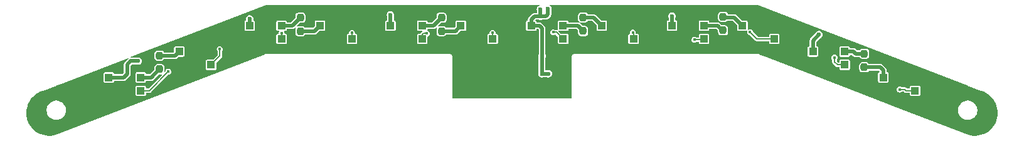
<source format=gbr>
%TF.GenerationSoftware,KiCad,Pcbnew,8.0.3*%
%TF.CreationDate,2025-05-12T20:40:50+02:00*%
%TF.ProjectId,AnalogSensorPCB,416e616c-6f67-4536-956e-736f72504342,rev?*%
%TF.SameCoordinates,Original*%
%TF.FileFunction,Copper,L2,Bot*%
%TF.FilePolarity,Positive*%
%FSLAX46Y46*%
G04 Gerber Fmt 4.6, Leading zero omitted, Abs format (unit mm)*
G04 Created by KiCad (PCBNEW 8.0.3) date 2025-05-12 20:40:50*
%MOMM*%
%LPD*%
G01*
G04 APERTURE LIST*
G04 Aperture macros list*
%AMRoundRect*
0 Rectangle with rounded corners*
0 $1 Rounding radius*
0 $2 $3 $4 $5 $6 $7 $8 $9 X,Y pos of 4 corners*
0 Add a 4 corners polygon primitive as box body*
4,1,4,$2,$3,$4,$5,$6,$7,$8,$9,$2,$3,0*
0 Add four circle primitives for the rounded corners*
1,1,$1+$1,$2,$3*
1,1,$1+$1,$4,$5*
1,1,$1+$1,$6,$7*
1,1,$1+$1,$8,$9*
0 Add four rect primitives between the rounded corners*
20,1,$1+$1,$2,$3,$4,$5,0*
20,1,$1+$1,$4,$5,$6,$7,0*
20,1,$1+$1,$6,$7,$8,$9,0*
20,1,$1+$1,$8,$9,$2,$3,0*%
G04 Aperture macros list end*
%TA.AperFunction,SMDPad,CuDef*%
%ADD10RoundRect,0.237500X0.237500X-0.250000X0.237500X0.250000X-0.237500X0.250000X-0.237500X-0.250000X0*%
%TD*%
%TA.AperFunction,SMDPad,CuDef*%
%ADD11R,1.000000X1.000000*%
%TD*%
%TA.AperFunction,SMDPad,CuDef*%
%ADD12RoundRect,0.237500X-0.237500X0.250000X-0.237500X-0.250000X0.237500X-0.250000X0.237500X0.250000X0*%
%TD*%
%TA.AperFunction,ViaPad*%
%ADD13C,0.600000*%
%TD*%
%TA.AperFunction,ViaPad*%
%ADD14C,0.400000*%
%TD*%
%TA.AperFunction,Conductor*%
%ADD15C,0.200000*%
%TD*%
%TA.AperFunction,Conductor*%
%ADD16C,0.500000*%
%TD*%
G04 APERTURE END LIST*
D10*
%TO.P,R8,1*%
%TO.N,Net-(R8-Pad1)*%
X142750000Y-66325000D03*
%TO.P,R8,2*%
%TO.N,Net-(R8-Pad2)*%
X142750000Y-64500000D03*
%TD*%
D11*
%TO.P,U8,1*%
%TO.N,Net-(R8-Pad2)*%
X145249998Y-65600000D03*
%TO.P,U8,2*%
%TO.N,GND*%
X145249998Y-67400000D03*
%TO.P,U8,3*%
%TO.N,Sensor8*%
X149549998Y-67400000D03*
%TO.P,U8,4*%
%TO.N,GND*%
X149549998Y-65600000D03*
%TD*%
%TO.P,U11,1*%
%TO.N,+3.3V*%
X173749998Y-69100000D03*
%TO.P,U11,2*%
%TO.N,GND*%
X173749998Y-70900000D03*
%TO.P,U11,3*%
%TO.N,Sensor11*%
X178049998Y-70900000D03*
%TO.P,U11,4*%
%TO.N,Net-(R16-Pad1)*%
X178049998Y-69100000D03*
%TD*%
%TO.P,U3,1*%
%TO.N,+3.3V*%
X97749998Y-65600000D03*
%TO.P,U3,2*%
%TO.N,GND*%
X97749998Y-67400000D03*
%TO.P,U3,3*%
%TO.N,Sensor3*%
X102049998Y-67400000D03*
%TO.P,U3,4*%
%TO.N,Net-(R2-Pad1)*%
X102049998Y-65600000D03*
%TD*%
%TO.P,U12,1*%
%TO.N,Net-(R16-Pad2)*%
X183249998Y-72600000D03*
%TO.P,U12,2*%
%TO.N,GND*%
X183249998Y-74400000D03*
%TO.P,U12,3*%
%TO.N,Sensor12*%
X187549998Y-74400000D03*
%TO.P,U12,4*%
%TO.N,GND*%
X187549998Y-72600000D03*
%TD*%
%TO.P,U2,1*%
%TO.N,Net-(R1-Pad2)*%
X88249998Y-69100000D03*
%TO.P,U2,2*%
%TO.N,GND*%
X88249998Y-70900000D03*
%TO.P,U2,3*%
%TO.N,Sensor2*%
X92549998Y-70900000D03*
%TO.P,U2,4*%
%TO.N,GND*%
X92549998Y-69100000D03*
%TD*%
D12*
%TO.P,R5,1*%
%TO.N,Net-(R5-Pad1)*%
X123640000Y-64517500D03*
%TO.P,R5,2*%
%TO.N,Net-(R5-Pad2)*%
X123640000Y-66342500D03*
%TD*%
D11*
%TO.P,U1,1*%
%TO.N,+3.3V*%
X78749998Y-72600000D03*
%TO.P,U1,2*%
%TO.N,GND*%
X78749998Y-74400000D03*
%TO.P,U1,3*%
%TO.N,Sensor1*%
X83049998Y-74400000D03*
%TO.P,U1,4*%
%TO.N,Net-(R1-Pad1)*%
X83049998Y-72600000D03*
%TD*%
D10*
%TO.P,R11,1*%
%TO.N,Net-(R11-Pad1)*%
X161640000Y-66232500D03*
%TO.P,R11,2*%
%TO.N,Net-(R11-Pad2)*%
X161640000Y-64407500D03*
%TD*%
D11*
%TO.P,U7,1*%
%TO.N,+3.3V*%
X135749998Y-65600000D03*
%TO.P,U7,2*%
%TO.N,GND*%
X135749998Y-67400000D03*
%TO.P,U7,3*%
%TO.N,Sensor7*%
X140049998Y-67400000D03*
%TO.P,U7,4*%
%TO.N,Net-(R8-Pad1)*%
X140049998Y-65600000D03*
%TD*%
D12*
%TO.P,R16,1*%
%TO.N,Net-(R16-Pad1)*%
X180690000Y-69387500D03*
%TO.P,R16,2*%
%TO.N,Net-(R16-Pad2)*%
X180690000Y-71212500D03*
%TD*%
%TO.P,R2,1*%
%TO.N,Net-(R2-Pad1)*%
X104600000Y-64517500D03*
%TO.P,R2,2*%
%TO.N,Net-(R2-Pad2)*%
X104600000Y-66342500D03*
%TD*%
D11*
%TO.P,U10,1*%
%TO.N,Net-(R11-Pad2)*%
X164249998Y-65600000D03*
%TO.P,U10,2*%
%TO.N,GND*%
X164249998Y-67400000D03*
%TO.P,U10,3*%
%TO.N,Sensor10*%
X168549998Y-67400000D03*
%TO.P,U10,4*%
%TO.N,GND*%
X168549998Y-65600000D03*
%TD*%
%TO.P,U4,1*%
%TO.N,Net-(R2-Pad2)*%
X107249998Y-65600000D03*
%TO.P,U4,2*%
%TO.N,GND*%
X107249998Y-67400000D03*
%TO.P,U4,3*%
%TO.N,Sensor4*%
X111549998Y-67400000D03*
%TO.P,U4,4*%
%TO.N,GND*%
X111549998Y-65600000D03*
%TD*%
D10*
%TO.P,R1,1*%
%TO.N,Net-(R1-Pad1)*%
X85580000Y-71485000D03*
%TO.P,R1,2*%
%TO.N,Net-(R1-Pad2)*%
X85580000Y-69660000D03*
%TD*%
D11*
%TO.P,U5,1*%
%TO.N,+3.3V*%
X116749998Y-65600000D03*
%TO.P,U5,2*%
%TO.N,GND*%
X116749998Y-67400000D03*
%TO.P,U5,3*%
%TO.N,Sensor5*%
X121049998Y-67400000D03*
%TO.P,U5,4*%
%TO.N,Net-(R5-Pad1)*%
X121049998Y-65600000D03*
%TD*%
%TO.P,U9,1*%
%TO.N,+3.3V*%
X154749998Y-65600000D03*
%TO.P,U9,2*%
%TO.N,GND*%
X154749998Y-67400000D03*
%TO.P,U9,3*%
%TO.N,Sensor9*%
X159049998Y-67400000D03*
%TO.P,U9,4*%
%TO.N,Net-(R11-Pad1)*%
X159049998Y-65600000D03*
%TD*%
%TO.P,U6,1*%
%TO.N,Net-(R5-Pad2)*%
X126249998Y-65600000D03*
%TO.P,U6,2*%
%TO.N,GND*%
X126249998Y-67400000D03*
%TO.P,U6,3*%
%TO.N,Sensor6*%
X130549998Y-67400000D03*
%TO.P,U6,4*%
%TO.N,GND*%
X130549998Y-65600000D03*
%TD*%
D13*
%TO.N,GND*%
X139750000Y-72000000D03*
X146750000Y-65450000D03*
X99820000Y-67150000D03*
X146780000Y-66320000D03*
X109330000Y-66540000D03*
X90460000Y-70270000D03*
X77710000Y-74540000D03*
X160420000Y-66930000D03*
X175830000Y-70830000D03*
X114290000Y-66630000D03*
X151750000Y-66650000D03*
X118620000Y-66630000D03*
X147940000Y-65430000D03*
X128870000Y-66000000D03*
X165420000Y-67760000D03*
X140520000Y-70960000D03*
X127910000Y-71010000D03*
X137570000Y-73310000D03*
X170700000Y-67970000D03*
X183260000Y-75390000D03*
X132860000Y-66850000D03*
X127920000Y-70180000D03*
X127860000Y-71990000D03*
X172800000Y-71300000D03*
X140500000Y-69860000D03*
X144020000Y-66260000D03*
X155870000Y-66810000D03*
X96280000Y-67410000D03*
D14*
%TO.N,Sensor10*%
X165280000Y-66480000D03*
D13*
%TO.N,+3.3V*%
X137000000Y-64349998D03*
X137230000Y-69680000D03*
X138000000Y-63310000D03*
X82710000Y-70390000D03*
X116749998Y-64160002D03*
X137000000Y-63370000D03*
X97749998Y-64689998D03*
X138060000Y-72100000D03*
X137180000Y-72110000D03*
X174570000Y-66810000D03*
X154749998Y-64330002D03*
D14*
%TO.N,Sensor9*%
X157750000Y-67500000D03*
%TO.N,Sensor5*%
X121660000Y-66660000D03*
%TO.N,Sensor4*%
X111550000Y-66580000D03*
%TO.N,Sensor11*%
X176670000Y-69930000D03*
%TO.N,Sensor3*%
X102070000Y-66630000D03*
%TO.N,Sensor7*%
X138700000Y-66490000D03*
%TO.N,Sensor12*%
X185470000Y-74230000D03*
%TO.N,Sensor2*%
X93720000Y-68780000D03*
%TO.N,Sensor6*%
X130530000Y-66580000D03*
%TO.N,Sensor1*%
X86780000Y-71820000D03*
%TO.N,Sensor8*%
X149455000Y-66545000D03*
%TD*%
D15*
%TO.N,Sensor10*%
X166200000Y-67400000D02*
X168549998Y-67400000D01*
X165280000Y-66480000D02*
X166200000Y-67400000D01*
D16*
%TO.N,+3.3V*%
X137230000Y-65970000D02*
X136860000Y-65600000D01*
X137000000Y-64349998D02*
X136190002Y-64349998D01*
X81230000Y-70855315D02*
X81230000Y-72120000D01*
X137180000Y-72110000D02*
X137180000Y-69730000D01*
X81695315Y-70390000D02*
X81230000Y-70855315D01*
X82710000Y-70390000D02*
X81695315Y-70390000D01*
X136860000Y-65600000D02*
X135749998Y-65600000D01*
X116749998Y-64160002D02*
X116749998Y-65600000D01*
X173749998Y-67630002D02*
X174570000Y-66810000D01*
X137190000Y-72100000D02*
X137180000Y-72110000D01*
X138000000Y-64100000D02*
X138000000Y-63310000D01*
X137180000Y-69730000D02*
X137230000Y-69680000D01*
X97749998Y-64689998D02*
X97749998Y-65600000D01*
X154749998Y-64330002D02*
X154749998Y-65600000D01*
X137000000Y-64349998D02*
X137000000Y-63370000D01*
X135749998Y-64790002D02*
X135749998Y-65600000D01*
X138060000Y-72100000D02*
X137190000Y-72100000D01*
X136190002Y-64349998D02*
X135749998Y-64790002D01*
X137230000Y-69680000D02*
X137230000Y-65970000D01*
X80750000Y-72600000D02*
X78749998Y-72600000D01*
X173749998Y-69100000D02*
X173749998Y-67630002D01*
X137750002Y-64349998D02*
X138000000Y-64100000D01*
X137000000Y-64349998D02*
X137750002Y-64349998D01*
X81230000Y-72120000D02*
X80750000Y-72600000D01*
D15*
%TO.N,Sensor9*%
X158949998Y-67500000D02*
X157750000Y-67500000D01*
X159049998Y-67400000D02*
X158949998Y-67500000D01*
%TO.N,Sensor5*%
X121180000Y-66660000D02*
X121660000Y-66660000D01*
X121049998Y-66790002D02*
X121180000Y-66660000D01*
X121049998Y-67400000D02*
X121049998Y-66790002D01*
%TO.N,Sensor4*%
X111550000Y-66580000D02*
X111550000Y-67399998D01*
X111550000Y-67399998D02*
X111549998Y-67400000D01*
%TO.N,Sensor11*%
X177060000Y-70900000D02*
X178049998Y-70900000D01*
X176670000Y-69930000D02*
X176670000Y-70510000D01*
X176670000Y-70510000D02*
X177060000Y-70900000D01*
%TO.N,Sensor3*%
X102070000Y-67379998D02*
X102049998Y-67400000D01*
X102070000Y-66630000D02*
X102070000Y-67379998D01*
%TO.N,Sensor7*%
X139139998Y-66490000D02*
X138700000Y-66490000D01*
X140049998Y-67400000D02*
X139139998Y-66490000D01*
%TO.N,Sensor12*%
X186350000Y-74400000D02*
X187549998Y-74400000D01*
X186180000Y-74230000D02*
X186350000Y-74400000D01*
X185470000Y-74230000D02*
X186180000Y-74230000D01*
%TO.N,Sensor2*%
X92549998Y-70900000D02*
X92549998Y-70880002D01*
X93720000Y-69710000D02*
X93720000Y-68780000D01*
X92549998Y-70880002D02*
X93720000Y-69710000D01*
%TO.N,Sensor6*%
X130549998Y-67400000D02*
X130530000Y-67380002D01*
X130530000Y-67380002D02*
X130530000Y-66580000D01*
%TO.N,Sensor1*%
X84200000Y-74400000D02*
X86780000Y-71820000D01*
X83049998Y-74400000D02*
X84200000Y-74400000D01*
%TO.N,Sensor8*%
X149549998Y-67400000D02*
X149549998Y-66639998D01*
X149549998Y-66639998D02*
X149455000Y-66545000D01*
D16*
%TO.N,Net-(R1-Pad2)*%
X87689998Y-69660000D02*
X88249998Y-69100000D01*
X85580000Y-69660000D02*
X87689998Y-69660000D01*
%TO.N,Net-(R1-Pad1)*%
X84465000Y-72600000D02*
X85580000Y-71485000D01*
X83049998Y-72600000D02*
X84465000Y-72600000D01*
%TO.N,Net-(R2-Pad1)*%
X103517500Y-65600000D02*
X104600000Y-64517500D01*
X102049998Y-65600000D02*
X103517500Y-65600000D01*
%TO.N,Net-(R2-Pad2)*%
X106507498Y-66342500D02*
X107249998Y-65600000D01*
X104600000Y-66342500D02*
X106507498Y-66342500D01*
%TO.N,Net-(R5-Pad2)*%
X125507498Y-66342500D02*
X126249998Y-65600000D01*
X123640000Y-66342500D02*
X125507498Y-66342500D01*
%TO.N,Net-(R5-Pad1)*%
X122557500Y-65600000D02*
X123640000Y-64517500D01*
X121049998Y-65600000D02*
X122557500Y-65600000D01*
%TO.N,Net-(R8-Pad1)*%
X140049998Y-65600000D02*
X142025000Y-65600000D01*
X142025000Y-65600000D02*
X142750000Y-66325000D01*
%TO.N,Net-(R8-Pad2)*%
X144149998Y-64500000D02*
X145249998Y-65600000D01*
X142750000Y-64500000D02*
X144149998Y-64500000D01*
%TO.N,Net-(R11-Pad1)*%
X160895000Y-65600000D02*
X161630000Y-66335000D01*
X159049998Y-65600000D02*
X160895000Y-65600000D01*
%TO.N,Net-(R11-Pad2)*%
X163159998Y-64510000D02*
X164249998Y-65600000D01*
X161630000Y-64510000D02*
X163159998Y-64510000D01*
%TO.N,Net-(R16-Pad2)*%
X183249998Y-71649998D02*
X183249998Y-72600000D01*
X182812500Y-71212500D02*
X183249998Y-71649998D01*
X180690000Y-71212500D02*
X182812500Y-71212500D01*
%TO.N,Net-(R16-Pad1)*%
X179240000Y-69100000D02*
X179527500Y-69387500D01*
X179527500Y-69387500D02*
X180690000Y-69387500D01*
X178049998Y-69100000D02*
X179240000Y-69100000D01*
%TD*%
%TA.AperFunction,Conductor*%
%TO.N,GND*%
G36*
X136856875Y-62814852D02*
G01*
X136871227Y-62849500D01*
X136856875Y-62884148D01*
X136836032Y-62896515D01*
X136789949Y-62910046D01*
X136668871Y-62987857D01*
X136574625Y-63096623D01*
X136574624Y-63096625D01*
X136514833Y-63227545D01*
X136494353Y-63369997D01*
X136494353Y-63370001D01*
X136514835Y-63512457D01*
X136514835Y-63512458D01*
X136545072Y-63578665D01*
X136549500Y-63599021D01*
X136549500Y-63850498D01*
X136535148Y-63885146D01*
X136500500Y-63899498D01*
X136130690Y-63899498D01*
X136016120Y-63930197D01*
X136016116Y-63930199D01*
X135913391Y-63989505D01*
X135913385Y-63989510D01*
X135389510Y-64513386D01*
X135389509Y-64513387D01*
X135330200Y-64616111D01*
X135330199Y-64616115D01*
X135326294Y-64630689D01*
X135299498Y-64730690D01*
X135299498Y-64850500D01*
X135285146Y-64885148D01*
X135250498Y-64899500D01*
X135230250Y-64899500D01*
X135171777Y-64911131D01*
X135171767Y-64911133D01*
X135105445Y-64955447D01*
X135061131Y-65021769D01*
X135049498Y-65080252D01*
X135049498Y-66119748D01*
X135061131Y-66178231D01*
X135078880Y-66204795D01*
X135105445Y-66244552D01*
X135124110Y-66257023D01*
X135171767Y-66288867D01*
X135230250Y-66300500D01*
X135230253Y-66300500D01*
X136269743Y-66300500D01*
X136269746Y-66300500D01*
X136328229Y-66288867D01*
X136394550Y-66244552D01*
X136438865Y-66178231D01*
X136450498Y-66119748D01*
X136450498Y-66099500D01*
X136464850Y-66064852D01*
X136499498Y-66050500D01*
X136653101Y-66050500D01*
X136687749Y-66064852D01*
X136765148Y-66142251D01*
X136779500Y-66176899D01*
X136779500Y-69450977D01*
X136775072Y-69471332D01*
X136744834Y-69537542D01*
X136744834Y-69537544D01*
X136724607Y-69678230D01*
X136724353Y-69680000D01*
X136728729Y-69710438D01*
X136729001Y-69712326D01*
X136729500Y-69719300D01*
X136729500Y-71880977D01*
X136725072Y-71901332D01*
X136694834Y-71967542D01*
X136694834Y-71967544D01*
X136674353Y-72109997D01*
X136674353Y-72110002D01*
X136694833Y-72252454D01*
X136726935Y-72322746D01*
X136754623Y-72383373D01*
X136754624Y-72383374D01*
X136754625Y-72383376D01*
X136766089Y-72396606D01*
X136848872Y-72492143D01*
X136969947Y-72569953D01*
X137046785Y-72592514D01*
X137108034Y-72610499D01*
X137108037Y-72610499D01*
X137108039Y-72610500D01*
X137108040Y-72610500D01*
X137251960Y-72610500D01*
X137251961Y-72610500D01*
X137251963Y-72610499D01*
X137251965Y-72610499D01*
X137390053Y-72569953D01*
X137408221Y-72558278D01*
X137434711Y-72550500D01*
X137820850Y-72550500D01*
X137847338Y-72558276D01*
X137849947Y-72559953D01*
X137926785Y-72582514D01*
X137988034Y-72600499D01*
X137988037Y-72600499D01*
X137988039Y-72600500D01*
X137988040Y-72600500D01*
X138131960Y-72600500D01*
X138131961Y-72600500D01*
X138131963Y-72600499D01*
X138131965Y-72600499D01*
X138154795Y-72593795D01*
X138270053Y-72559953D01*
X138391128Y-72482143D01*
X138485377Y-72373373D01*
X138545165Y-72242457D01*
X138545165Y-72242455D01*
X138545166Y-72242454D01*
X138565647Y-72100002D01*
X138565647Y-72099997D01*
X138545166Y-71957545D01*
X138534138Y-71933397D01*
X138485377Y-71826627D01*
X138476040Y-71815852D01*
X138391128Y-71717857D01*
X138270053Y-71640047D01*
X138270050Y-71640046D01*
X138131965Y-71599500D01*
X138131961Y-71599500D01*
X137988039Y-71599500D01*
X137988034Y-71599500D01*
X137849949Y-71640046D01*
X137849947Y-71640046D01*
X137849947Y-71640047D01*
X137847338Y-71641723D01*
X137820850Y-71649500D01*
X137679500Y-71649500D01*
X137644852Y-71635148D01*
X137630500Y-71600500D01*
X137630500Y-70000358D01*
X137642468Y-69968270D01*
X137655377Y-69953373D01*
X137715165Y-69822457D01*
X137715165Y-69822455D01*
X137715166Y-69822454D01*
X137735647Y-69680002D01*
X137735647Y-69679997D01*
X137715165Y-69537544D01*
X137715165Y-69537542D01*
X137684928Y-69471332D01*
X137680500Y-69450977D01*
X137680500Y-68580252D01*
X173049498Y-68580252D01*
X173049498Y-69619748D01*
X173061131Y-69678231D01*
X173070102Y-69691657D01*
X173105445Y-69744552D01*
X173112948Y-69749565D01*
X173171767Y-69788867D01*
X173230250Y-69800500D01*
X173230253Y-69800500D01*
X174269743Y-69800500D01*
X174269746Y-69800500D01*
X174328229Y-69788867D01*
X174394550Y-69744552D01*
X174438865Y-69678231D01*
X174450498Y-69619748D01*
X174450498Y-68580252D01*
X177349498Y-68580252D01*
X177349498Y-69619748D01*
X177361131Y-69678231D01*
X177370102Y-69691657D01*
X177405445Y-69744552D01*
X177412948Y-69749565D01*
X177471767Y-69788867D01*
X177530250Y-69800500D01*
X177530253Y-69800500D01*
X178569743Y-69800500D01*
X178569746Y-69800500D01*
X178628229Y-69788867D01*
X178694550Y-69744552D01*
X178738865Y-69678231D01*
X178750498Y-69619748D01*
X178750498Y-69599500D01*
X178764850Y-69564852D01*
X178799498Y-69550500D01*
X179033101Y-69550500D01*
X179067749Y-69564852D01*
X179250886Y-69747989D01*
X179250887Y-69747990D01*
X179250889Y-69747991D01*
X179273900Y-69761276D01*
X179310196Y-69782231D01*
X179353614Y-69807299D01*
X179353616Y-69807299D01*
X179353617Y-69807300D01*
X179468187Y-69837999D01*
X179468188Y-69838000D01*
X179468191Y-69838000D01*
X180031368Y-69838000D01*
X180066016Y-69852352D01*
X180070793Y-69857903D01*
X180139288Y-69950711D01*
X180245522Y-70029114D01*
X180245525Y-70029116D01*
X180370151Y-70072725D01*
X180399744Y-70075500D01*
X180399754Y-70075500D01*
X180980246Y-70075500D01*
X180980256Y-70075500D01*
X181009849Y-70072725D01*
X181134475Y-70029116D01*
X181240711Y-69950711D01*
X181319116Y-69844475D01*
X181362725Y-69719849D01*
X181365500Y-69690256D01*
X181365500Y-69084744D01*
X181362725Y-69055151D01*
X181319116Y-68930525D01*
X181319114Y-68930522D01*
X181319115Y-68930522D01*
X181240711Y-68824288D01*
X181134477Y-68745885D01*
X181134475Y-68745884D01*
X181097069Y-68732794D01*
X181009851Y-68702275D01*
X181009842Y-68702274D01*
X180980267Y-68699501D01*
X180980266Y-68699500D01*
X180980256Y-68699500D01*
X180399744Y-68699500D01*
X180399734Y-68699500D01*
X180399732Y-68699501D01*
X180370157Y-68702274D01*
X180370148Y-68702275D01*
X180245522Y-68745885D01*
X180139288Y-68824288D01*
X180070793Y-68917097D01*
X180038671Y-68936453D01*
X180031368Y-68937000D01*
X179734399Y-68937000D01*
X179699751Y-68922648D01*
X179516614Y-68739511D01*
X179413888Y-68680201D01*
X179413886Y-68680200D01*
X179389673Y-68673713D01*
X179359551Y-68665642D01*
X179299311Y-68649500D01*
X179299309Y-68649500D01*
X178799498Y-68649500D01*
X178764850Y-68635148D01*
X178750498Y-68600500D01*
X178750498Y-68580255D01*
X178750498Y-68580252D01*
X178738865Y-68521769D01*
X178712299Y-68482012D01*
X178694550Y-68455447D01*
X178654793Y-68428882D01*
X178628229Y-68411133D01*
X178569746Y-68399500D01*
X177530250Y-68399500D01*
X177471767Y-68411133D01*
X177405445Y-68455447D01*
X177361131Y-68521769D01*
X177349498Y-68580252D01*
X174450498Y-68580252D01*
X174438865Y-68521769D01*
X174412299Y-68482012D01*
X174394550Y-68455447D01*
X174354793Y-68428882D01*
X174328229Y-68411133D01*
X174269746Y-68399500D01*
X174269743Y-68399500D01*
X174249498Y-68399500D01*
X174214850Y-68385148D01*
X174200498Y-68350500D01*
X174200498Y-67836900D01*
X174214849Y-67802253D01*
X174724631Y-67292470D01*
X174745469Y-67280106D01*
X174780053Y-67269953D01*
X174901128Y-67192143D01*
X174995377Y-67083373D01*
X175055165Y-66952457D01*
X175055165Y-66952455D01*
X175055166Y-66952454D01*
X175075647Y-66810002D01*
X175075647Y-66809997D01*
X175055166Y-66667545D01*
X175050510Y-66657351D01*
X174995377Y-66536627D01*
X174994180Y-66535246D01*
X174901128Y-66427857D01*
X174891482Y-66421658D01*
X174780053Y-66350047D01*
X174780050Y-66350046D01*
X174641965Y-66309500D01*
X174641961Y-66309500D01*
X174498039Y-66309500D01*
X174498034Y-66309500D01*
X174359949Y-66350046D01*
X174359947Y-66350046D01*
X174359947Y-66350047D01*
X174352718Y-66354693D01*
X174238871Y-66427857D01*
X174144625Y-66536623D01*
X174144624Y-66536625D01*
X174096475Y-66642052D01*
X174086551Y-66656344D01*
X173389510Y-67353386D01*
X173389509Y-67353387D01*
X173330199Y-67456113D01*
X173328530Y-67462345D01*
X173328529Y-67462344D01*
X173328529Y-67462348D01*
X173299498Y-67570690D01*
X173299498Y-68350500D01*
X173285146Y-68385148D01*
X173250498Y-68399500D01*
X173230250Y-68399500D01*
X173171767Y-68411133D01*
X173105445Y-68455447D01*
X173061131Y-68521769D01*
X173049498Y-68580252D01*
X137680500Y-68580252D01*
X137680500Y-66490000D01*
X138294508Y-66490000D01*
X138314354Y-66615304D01*
X138314354Y-66615305D01*
X138314355Y-66615307D01*
X138314355Y-66615309D01*
X138371945Y-66728335D01*
X138371950Y-66728342D01*
X138461657Y-66818049D01*
X138461664Y-66818054D01*
X138574691Y-66875644D01*
X138574692Y-66875644D01*
X138574696Y-66875646D01*
X138700000Y-66895492D01*
X138825304Y-66875646D01*
X138825308Y-66875644D01*
X138825309Y-66875644D01*
X138938335Y-66818054D01*
X138938337Y-66818052D01*
X138938342Y-66818050D01*
X138951540Y-66804852D01*
X138986188Y-66790500D01*
X138995231Y-66790500D01*
X139029879Y-66804852D01*
X139335146Y-67110119D01*
X139349498Y-67144767D01*
X139349498Y-67919748D01*
X139361131Y-67978231D01*
X139378880Y-68004795D01*
X139405445Y-68044552D01*
X139432010Y-68062301D01*
X139471767Y-68088867D01*
X139530250Y-68100500D01*
X139530253Y-68100500D01*
X140569743Y-68100500D01*
X140569746Y-68100500D01*
X140628229Y-68088867D01*
X140694550Y-68044552D01*
X140738865Y-67978231D01*
X140750498Y-67919748D01*
X140750498Y-66880252D01*
X140738865Y-66821769D01*
X140712275Y-66781975D01*
X140694550Y-66755447D01*
X140653973Y-66728335D01*
X140628229Y-66711133D01*
X140569746Y-66699500D01*
X140569743Y-66699500D01*
X139794765Y-66699500D01*
X139760117Y-66685148D01*
X139451255Y-66376286D01*
X139436903Y-66341638D01*
X139451255Y-66306990D01*
X139485903Y-66292638D01*
X139495458Y-66293579D01*
X139530250Y-66300500D01*
X139530251Y-66300500D01*
X140569743Y-66300500D01*
X140569746Y-66300500D01*
X140628229Y-66288867D01*
X140694550Y-66244552D01*
X140738865Y-66178231D01*
X140750498Y-66119748D01*
X140750498Y-66099500D01*
X140764850Y-66064852D01*
X140799498Y-66050500D01*
X141818101Y-66050500D01*
X141852749Y-66064852D01*
X142060148Y-66272251D01*
X142074500Y-66306899D01*
X142074500Y-66627746D01*
X142074501Y-66627767D01*
X142077274Y-66657342D01*
X142077275Y-66657351D01*
X142102114Y-66728335D01*
X142120884Y-66781975D01*
X142120885Y-66781977D01*
X142120884Y-66781977D01*
X142199288Y-66888211D01*
X142243039Y-66920500D01*
X142305525Y-66966616D01*
X142430151Y-67010225D01*
X142459744Y-67013000D01*
X142459754Y-67013000D01*
X143040246Y-67013000D01*
X143040256Y-67013000D01*
X143069849Y-67010225D01*
X143194475Y-66966616D01*
X143300711Y-66888211D01*
X143306585Y-66880252D01*
X148849498Y-66880252D01*
X148849498Y-67919748D01*
X148861131Y-67978231D01*
X148878880Y-68004795D01*
X148905445Y-68044552D01*
X148932010Y-68062301D01*
X148971767Y-68088867D01*
X149030250Y-68100500D01*
X149030253Y-68100500D01*
X150069743Y-68100500D01*
X150069746Y-68100500D01*
X150128229Y-68088867D01*
X150194550Y-68044552D01*
X150238865Y-67978231D01*
X150250498Y-67919748D01*
X150250498Y-67500000D01*
X157344508Y-67500000D01*
X157364354Y-67625304D01*
X157364354Y-67625305D01*
X157364355Y-67625307D01*
X157364355Y-67625309D01*
X157421945Y-67738335D01*
X157421950Y-67738342D01*
X157511657Y-67828049D01*
X157511664Y-67828054D01*
X157624691Y-67885644D01*
X157624692Y-67885644D01*
X157624696Y-67885646D01*
X157750000Y-67905492D01*
X157875304Y-67885646D01*
X157875308Y-67885644D01*
X157875309Y-67885644D01*
X157988335Y-67828054D01*
X157988337Y-67828052D01*
X157988342Y-67828050D01*
X158001540Y-67814852D01*
X158036188Y-67800500D01*
X158300498Y-67800500D01*
X158335146Y-67814852D01*
X158349498Y-67849500D01*
X158349498Y-67919748D01*
X158361131Y-67978231D01*
X158378880Y-68004795D01*
X158405445Y-68044552D01*
X158432010Y-68062301D01*
X158471767Y-68088867D01*
X158530250Y-68100500D01*
X158530253Y-68100500D01*
X159569743Y-68100500D01*
X159569746Y-68100500D01*
X159628229Y-68088867D01*
X159694550Y-68044552D01*
X159738865Y-67978231D01*
X159750498Y-67919748D01*
X159750498Y-66880252D01*
X159738865Y-66821769D01*
X159712275Y-66781975D01*
X159694550Y-66755447D01*
X159653973Y-66728335D01*
X159628229Y-66711133D01*
X159569746Y-66699500D01*
X158530250Y-66699500D01*
X158471772Y-66711132D01*
X158471767Y-66711133D01*
X158405445Y-66755447D01*
X158367055Y-66812903D01*
X158361131Y-66821769D01*
X158349498Y-66880252D01*
X158349498Y-66880255D01*
X158349498Y-67150500D01*
X158335146Y-67185148D01*
X158300498Y-67199500D01*
X158036188Y-67199500D01*
X158001540Y-67185148D01*
X157988342Y-67171950D01*
X157988335Y-67171945D01*
X157875308Y-67114355D01*
X157875305Y-67114354D01*
X157875304Y-67114354D01*
X157750000Y-67094508D01*
X157624696Y-67114354D01*
X157624694Y-67114354D01*
X157624692Y-67114355D01*
X157624690Y-67114355D01*
X157511664Y-67171945D01*
X157511657Y-67171950D01*
X157421950Y-67261657D01*
X157421945Y-67261664D01*
X157364355Y-67374690D01*
X157364355Y-67374692D01*
X157364354Y-67374694D01*
X157364354Y-67374696D01*
X157344508Y-67500000D01*
X150250498Y-67500000D01*
X150250498Y-66880252D01*
X150238865Y-66821769D01*
X150212275Y-66781975D01*
X150194550Y-66755447D01*
X150153973Y-66728335D01*
X150128229Y-66711133D01*
X150069746Y-66699500D01*
X150069743Y-66699500D01*
X149899498Y-66699500D01*
X149864850Y-66685148D01*
X149850498Y-66650500D01*
X149850498Y-66611957D01*
X149851101Y-66604292D01*
X149860492Y-66545000D01*
X149840646Y-66419696D01*
X149840644Y-66419692D01*
X149840644Y-66419690D01*
X149783054Y-66306664D01*
X149783049Y-66306657D01*
X149693342Y-66216950D01*
X149693335Y-66216945D01*
X149580308Y-66159355D01*
X149580305Y-66159354D01*
X149580304Y-66159354D01*
X149455000Y-66139508D01*
X149329696Y-66159354D01*
X149329694Y-66159354D01*
X149329692Y-66159355D01*
X149329690Y-66159355D01*
X149216664Y-66216945D01*
X149216657Y-66216950D01*
X149126950Y-66306657D01*
X149126945Y-66306664D01*
X149069355Y-66419690D01*
X149069355Y-66419692D01*
X149069354Y-66419694D01*
X149069354Y-66419696D01*
X149049508Y-66545000D01*
X149065003Y-66642835D01*
X149065273Y-66644535D01*
X149056518Y-66681002D01*
X149026436Y-66700258D01*
X148971768Y-66711132D01*
X148905445Y-66755447D01*
X148867055Y-66812903D01*
X148861131Y-66821769D01*
X148849498Y-66880252D01*
X143306585Y-66880252D01*
X143379116Y-66781975D01*
X143422725Y-66657349D01*
X143425500Y-66627756D01*
X143425500Y-66022244D01*
X143422725Y-65992651D01*
X143379116Y-65868025D01*
X143379114Y-65868022D01*
X143379115Y-65868022D01*
X143300711Y-65761788D01*
X143194477Y-65683385D01*
X143194475Y-65683384D01*
X143154191Y-65669288D01*
X143069851Y-65639775D01*
X143069842Y-65639774D01*
X143040267Y-65637001D01*
X143040266Y-65637000D01*
X143040256Y-65637000D01*
X143040246Y-65637000D01*
X142719399Y-65637000D01*
X142684751Y-65622648D01*
X142300723Y-65238620D01*
X142286371Y-65203972D01*
X142300723Y-65169324D01*
X142335371Y-65154972D01*
X142351550Y-65157721D01*
X142430151Y-65185225D01*
X142459744Y-65188000D01*
X142459754Y-65188000D01*
X143040246Y-65188000D01*
X143040256Y-65188000D01*
X143069849Y-65185225D01*
X143194475Y-65141616D01*
X143300711Y-65063211D01*
X143300712Y-65063209D01*
X143369207Y-64970403D01*
X143401329Y-64951047D01*
X143408632Y-64950500D01*
X143943099Y-64950500D01*
X143977747Y-64964852D01*
X144535146Y-65522251D01*
X144549498Y-65556899D01*
X144549498Y-66119748D01*
X144561131Y-66178231D01*
X144578880Y-66204795D01*
X144605445Y-66244552D01*
X144624110Y-66257023D01*
X144671767Y-66288867D01*
X144730250Y-66300500D01*
X144730253Y-66300500D01*
X145769743Y-66300500D01*
X145769746Y-66300500D01*
X145828229Y-66288867D01*
X145894550Y-66244552D01*
X145938865Y-66178231D01*
X145950498Y-66119748D01*
X145950498Y-65080252D01*
X154049498Y-65080252D01*
X154049498Y-66119748D01*
X154061131Y-66178231D01*
X154078880Y-66204795D01*
X154105445Y-66244552D01*
X154124110Y-66257023D01*
X154171767Y-66288867D01*
X154230250Y-66300500D01*
X154230253Y-66300500D01*
X155269743Y-66300500D01*
X155269746Y-66300500D01*
X155328229Y-66288867D01*
X155394550Y-66244552D01*
X155438865Y-66178231D01*
X155450498Y-66119748D01*
X155450498Y-65080252D01*
X158349498Y-65080252D01*
X158349498Y-66119748D01*
X158361131Y-66178231D01*
X158378880Y-66204795D01*
X158405445Y-66244552D01*
X158424110Y-66257023D01*
X158471767Y-66288867D01*
X158530250Y-66300500D01*
X158530253Y-66300500D01*
X159569743Y-66300500D01*
X159569746Y-66300500D01*
X159628229Y-66288867D01*
X159694550Y-66244552D01*
X159738865Y-66178231D01*
X159750498Y-66119748D01*
X159750498Y-66099500D01*
X159764850Y-66064852D01*
X159799498Y-66050500D01*
X160688101Y-66050500D01*
X160722749Y-66064852D01*
X160950148Y-66292251D01*
X160964500Y-66326899D01*
X160964500Y-66535246D01*
X160964501Y-66535267D01*
X160967274Y-66564842D01*
X160967275Y-66564851D01*
X160994290Y-66642052D01*
X161010884Y-66689475D01*
X161010885Y-66689477D01*
X161010884Y-66689477D01*
X161089288Y-66795711D01*
X161184048Y-66865646D01*
X161195525Y-66874116D01*
X161320151Y-66917725D01*
X161349744Y-66920500D01*
X161349754Y-66920500D01*
X161930246Y-66920500D01*
X161930256Y-66920500D01*
X161959849Y-66917725D01*
X162084475Y-66874116D01*
X162190711Y-66795711D01*
X162269116Y-66689475D01*
X162312725Y-66564849D01*
X162315500Y-66535256D01*
X162315500Y-65929744D01*
X162312725Y-65900151D01*
X162269116Y-65775525D01*
X162269114Y-65775522D01*
X162269115Y-65775522D01*
X162190711Y-65669288D01*
X162084477Y-65590885D01*
X162084475Y-65590884D01*
X162047069Y-65577794D01*
X161959851Y-65547275D01*
X161959842Y-65547274D01*
X161930267Y-65544501D01*
X161930266Y-65544500D01*
X161930256Y-65544500D01*
X161930246Y-65544500D01*
X161496899Y-65544500D01*
X161462251Y-65530148D01*
X161171614Y-65239511D01*
X161068888Y-65180201D01*
X161068886Y-65180200D01*
X161044673Y-65173713D01*
X161000191Y-65161794D01*
X160954311Y-65149500D01*
X160954309Y-65149500D01*
X159799498Y-65149500D01*
X159764850Y-65135148D01*
X159750498Y-65100500D01*
X159750498Y-65080255D01*
X159750498Y-65080252D01*
X159738865Y-65021769D01*
X159695572Y-64956977D01*
X159694550Y-64955447D01*
X159640550Y-64919366D01*
X159628229Y-64911133D01*
X159569746Y-64899500D01*
X158530250Y-64899500D01*
X158471777Y-64911131D01*
X158471767Y-64911133D01*
X158405445Y-64955447D01*
X158361131Y-65021769D01*
X158349498Y-65080252D01*
X155450498Y-65080252D01*
X155438865Y-65021769D01*
X155395572Y-64956977D01*
X155394550Y-64955447D01*
X155340550Y-64919366D01*
X155328229Y-64911133D01*
X155269746Y-64899500D01*
X155269743Y-64899500D01*
X155249498Y-64899500D01*
X155214850Y-64885148D01*
X155200498Y-64850500D01*
X155200498Y-64559023D01*
X155204926Y-64538667D01*
X155216472Y-64513386D01*
X155235163Y-64472459D01*
X155255645Y-64330002D01*
X155252461Y-64307855D01*
X155235164Y-64187547D01*
X155222268Y-64159309D01*
X155197353Y-64104753D01*
X160964500Y-64104753D01*
X160964500Y-64710246D01*
X160964501Y-64710267D01*
X160967274Y-64739842D01*
X160967275Y-64739851D01*
X160991805Y-64809951D01*
X161010884Y-64864475D01*
X161010885Y-64864477D01*
X161010884Y-64864477D01*
X161089288Y-64970711D01*
X161195522Y-65049114D01*
X161195525Y-65049116D01*
X161320151Y-65092725D01*
X161349744Y-65095500D01*
X161349754Y-65095500D01*
X161930246Y-65095500D01*
X161930256Y-65095500D01*
X161959849Y-65092725D01*
X162084475Y-65049116D01*
X162123418Y-65020374D01*
X162191574Y-64970075D01*
X162220671Y-64960500D01*
X162953099Y-64960500D01*
X162987747Y-64974852D01*
X163535146Y-65522251D01*
X163549498Y-65556899D01*
X163549498Y-66119748D01*
X163561131Y-66178231D01*
X163578880Y-66204795D01*
X163605445Y-66244552D01*
X163624110Y-66257023D01*
X163671767Y-66288867D01*
X163730250Y-66300500D01*
X163730253Y-66300500D01*
X164769743Y-66300500D01*
X164769746Y-66300500D01*
X164828229Y-66288867D01*
X164828232Y-66288865D01*
X164831843Y-66287370D01*
X164869346Y-66287366D01*
X164895866Y-66313883D01*
X164895870Y-66351386D01*
X164894378Y-66354621D01*
X164894355Y-66354692D01*
X164894354Y-66354694D01*
X164894354Y-66354696D01*
X164874508Y-66480000D01*
X164894354Y-66605304D01*
X164894354Y-66605305D01*
X164894355Y-66605307D01*
X164894355Y-66605309D01*
X164951945Y-66718335D01*
X164951950Y-66718342D01*
X165041657Y-66808049D01*
X165041664Y-66808054D01*
X165117016Y-66846447D01*
X165154696Y-66865646D01*
X165241131Y-66879335D01*
X165268113Y-66893084D01*
X165959540Y-67584511D01*
X166015489Y-67640460D01*
X166084011Y-67680021D01*
X166119478Y-67689524D01*
X166160436Y-67700500D01*
X166160438Y-67700500D01*
X166239562Y-67700500D01*
X167800498Y-67700500D01*
X167835146Y-67714852D01*
X167849498Y-67749500D01*
X167849498Y-67919748D01*
X167861131Y-67978231D01*
X167878880Y-68004795D01*
X167905445Y-68044552D01*
X167932010Y-68062301D01*
X167971767Y-68088867D01*
X168030250Y-68100500D01*
X168030253Y-68100500D01*
X169069743Y-68100500D01*
X169069746Y-68100500D01*
X169128229Y-68088867D01*
X169194550Y-68044552D01*
X169238865Y-67978231D01*
X169250498Y-67919748D01*
X169250498Y-66880252D01*
X169238865Y-66821769D01*
X169212275Y-66781975D01*
X169194550Y-66755447D01*
X169153973Y-66728335D01*
X169128229Y-66711133D01*
X169069746Y-66699500D01*
X168030250Y-66699500D01*
X167971772Y-66711132D01*
X167971767Y-66711133D01*
X167905445Y-66755447D01*
X167867055Y-66812903D01*
X167861131Y-66821769D01*
X167849498Y-66880252D01*
X167849498Y-66880255D01*
X167849498Y-67050500D01*
X167835146Y-67085148D01*
X167800498Y-67099500D01*
X166344767Y-67099500D01*
X166310119Y-67085148D01*
X165693084Y-66468113D01*
X165679335Y-66441130D01*
X165676251Y-66421657D01*
X165665646Y-66354696D01*
X165642617Y-66309500D01*
X165608054Y-66241664D01*
X165608049Y-66241657D01*
X165518342Y-66151950D01*
X165518335Y-66151945D01*
X165405308Y-66094355D01*
X165405305Y-66094354D01*
X165405304Y-66094354D01*
X165280000Y-66074508D01*
X165154696Y-66094354D01*
X165154694Y-66094354D01*
X165154692Y-66094355D01*
X165154690Y-66094355D01*
X165041664Y-66151945D01*
X165041659Y-66151949D01*
X165033854Y-66159754D01*
X164999205Y-66174104D01*
X164964557Y-66159751D01*
X164950207Y-66125102D01*
X164950444Y-66120292D01*
X164950498Y-66119744D01*
X164950498Y-65080255D01*
X164950498Y-65080252D01*
X164938865Y-65021769D01*
X164895572Y-64956977D01*
X164894550Y-64955447D01*
X164840550Y-64919366D01*
X164828229Y-64911133D01*
X164769746Y-64899500D01*
X164769743Y-64899500D01*
X164206898Y-64899500D01*
X164172250Y-64885148D01*
X163436613Y-64149512D01*
X163436612Y-64149511D01*
X163333886Y-64090201D01*
X163333884Y-64090200D01*
X163309671Y-64083713D01*
X163277706Y-64075148D01*
X163219309Y-64059500D01*
X163219307Y-64059500D01*
X162342015Y-64059500D01*
X162307367Y-64045148D01*
X162295765Y-64026683D01*
X162269118Y-63950530D01*
X162269114Y-63950521D01*
X162190711Y-63844288D01*
X162084477Y-63765885D01*
X162084475Y-63765884D01*
X162047069Y-63752794D01*
X161959851Y-63722275D01*
X161959842Y-63722274D01*
X161930267Y-63719501D01*
X161930266Y-63719500D01*
X161930256Y-63719500D01*
X161349744Y-63719500D01*
X161349734Y-63719500D01*
X161349732Y-63719501D01*
X161320157Y-63722274D01*
X161320148Y-63722275D01*
X161195522Y-63765885D01*
X161089288Y-63844288D01*
X161010885Y-63950522D01*
X160967275Y-64075148D01*
X160967274Y-64075157D01*
X160964501Y-64104732D01*
X160964500Y-64104753D01*
X155197353Y-64104753D01*
X155175375Y-64056629D01*
X155163587Y-64043025D01*
X155081126Y-63947859D01*
X154960051Y-63870049D01*
X154960048Y-63870048D01*
X154821963Y-63829502D01*
X154821959Y-63829502D01*
X154678037Y-63829502D01*
X154678032Y-63829502D01*
X154539947Y-63870048D01*
X154418869Y-63947859D01*
X154324623Y-64056625D01*
X154324622Y-64056627D01*
X154264831Y-64187547D01*
X154244351Y-64329999D01*
X154244351Y-64330003D01*
X154264833Y-64472459D01*
X154264833Y-64472460D01*
X154295070Y-64538667D01*
X154299498Y-64559023D01*
X154299498Y-64850500D01*
X154285146Y-64885148D01*
X154250498Y-64899500D01*
X154230250Y-64899500D01*
X154171777Y-64911131D01*
X154171767Y-64911133D01*
X154105445Y-64955447D01*
X154061131Y-65021769D01*
X154049498Y-65080252D01*
X145950498Y-65080252D01*
X145938865Y-65021769D01*
X145895572Y-64956977D01*
X145894550Y-64955447D01*
X145840550Y-64919366D01*
X145828229Y-64911133D01*
X145769746Y-64899500D01*
X145769743Y-64899500D01*
X145206897Y-64899500D01*
X145172249Y-64885148D01*
X144426612Y-64139511D01*
X144323888Y-64080202D01*
X144323885Y-64080201D01*
X144298443Y-64073384D01*
X144250442Y-64060522D01*
X144209309Y-64049500D01*
X144209307Y-64049500D01*
X143408632Y-64049500D01*
X143373984Y-64035148D01*
X143369207Y-64029597D01*
X143300711Y-63936788D01*
X143194477Y-63858385D01*
X143194475Y-63858384D01*
X143119861Y-63832275D01*
X143069851Y-63814775D01*
X143069842Y-63814774D01*
X143040267Y-63812001D01*
X143040266Y-63812000D01*
X143040256Y-63812000D01*
X142459744Y-63812000D01*
X142459734Y-63812000D01*
X142459732Y-63812001D01*
X142430157Y-63814774D01*
X142430148Y-63814775D01*
X142305522Y-63858385D01*
X142199288Y-63936788D01*
X142120885Y-64043022D01*
X142077275Y-64167648D01*
X142077274Y-64167657D01*
X142074501Y-64197232D01*
X142074500Y-64197253D01*
X142074500Y-64802746D01*
X142074501Y-64802767D01*
X142077274Y-64832342D01*
X142077275Y-64832351D01*
X142100840Y-64899693D01*
X142120884Y-64956975D01*
X142120885Y-64956977D01*
X142120884Y-64956977D01*
X142199286Y-65063209D01*
X142199289Y-65063211D01*
X142240020Y-65093272D01*
X142259376Y-65125393D01*
X142250349Y-65161794D01*
X142218227Y-65181150D01*
X142198243Y-65180028D01*
X142186720Y-65176941D01*
X142174673Y-65173713D01*
X142130191Y-65161794D01*
X142084311Y-65149500D01*
X142084309Y-65149500D01*
X140799498Y-65149500D01*
X140764850Y-65135148D01*
X140750498Y-65100500D01*
X140750498Y-65080255D01*
X140750498Y-65080252D01*
X140738865Y-65021769D01*
X140695572Y-64956977D01*
X140694550Y-64955447D01*
X140640550Y-64919366D01*
X140628229Y-64911133D01*
X140569746Y-64899500D01*
X139530250Y-64899500D01*
X139471777Y-64911131D01*
X139471767Y-64911133D01*
X139405445Y-64955447D01*
X139361131Y-65021769D01*
X139349498Y-65080252D01*
X139349498Y-66119748D01*
X139360518Y-66175148D01*
X139360809Y-66176612D01*
X139353492Y-66213394D01*
X139322309Y-66234230D01*
X139288250Y-66228606D01*
X139255989Y-66209979D01*
X139255985Y-66209978D01*
X139179562Y-66189500D01*
X139179560Y-66189500D01*
X138986188Y-66189500D01*
X138951540Y-66175148D01*
X138938342Y-66161950D01*
X138938335Y-66161945D01*
X138825308Y-66104355D01*
X138825305Y-66104354D01*
X138825304Y-66104354D01*
X138700000Y-66084508D01*
X138574696Y-66104354D01*
X138574694Y-66104354D01*
X138574692Y-66104355D01*
X138574690Y-66104355D01*
X138461664Y-66161945D01*
X138461657Y-66161950D01*
X138371950Y-66251657D01*
X138371945Y-66251664D01*
X138314355Y-66364690D01*
X138314355Y-66364692D01*
X138314354Y-66364694D01*
X138314354Y-66364696D01*
X138294508Y-66490000D01*
X137680500Y-66490000D01*
X137680500Y-65910688D01*
X137651469Y-65802346D01*
X137651468Y-65802342D01*
X137651468Y-65802343D01*
X137649799Y-65796114D01*
X137649799Y-65796113D01*
X137590489Y-65693386D01*
X137136614Y-65239511D01*
X137077706Y-65205500D01*
X137033888Y-65180201D01*
X137033886Y-65180200D01*
X137009673Y-65173713D01*
X136965191Y-65161794D01*
X136919311Y-65149500D01*
X136919309Y-65149500D01*
X136499498Y-65149500D01*
X136464850Y-65135148D01*
X136450498Y-65100500D01*
X136450498Y-65080255D01*
X136450498Y-65080252D01*
X136438865Y-65021769D01*
X136394550Y-64955448D01*
X136387145Y-64950500D01*
X136340551Y-64919366D01*
X136319716Y-64888183D01*
X136327033Y-64851400D01*
X136333128Y-64843975D01*
X136362256Y-64814849D01*
X136396903Y-64800498D01*
X136760850Y-64800498D01*
X136787338Y-64808274D01*
X136789947Y-64809951D01*
X136866205Y-64832342D01*
X136928034Y-64850497D01*
X136928037Y-64850497D01*
X136928039Y-64850498D01*
X136928040Y-64850498D01*
X137071960Y-64850498D01*
X137071961Y-64850498D01*
X137071963Y-64850497D01*
X137071965Y-64850497D01*
X137100647Y-64842075D01*
X137210053Y-64809951D01*
X137212661Y-64808274D01*
X137239150Y-64800498D01*
X137809313Y-64800498D01*
X137839432Y-64792426D01*
X137899675Y-64776284D01*
X137923889Y-64769797D01*
X138026616Y-64710487D01*
X138360490Y-64376613D01*
X138419799Y-64273886D01*
X138430160Y-64235217D01*
X138442411Y-64189498D01*
X138450500Y-64159310D01*
X138450500Y-63539021D01*
X138454928Y-63518665D01*
X138457763Y-63512457D01*
X138485165Y-63452457D01*
X138505647Y-63310000D01*
X138505647Y-63309997D01*
X138485166Y-63167545D01*
X138452777Y-63096625D01*
X138425377Y-63036627D01*
X138331128Y-62927857D01*
X138273343Y-62890721D01*
X138251955Y-62859916D01*
X138258613Y-62823009D01*
X138289419Y-62801620D01*
X138299835Y-62800500D01*
X166334913Y-62800500D01*
X166352551Y-62803784D01*
X170461081Y-64389023D01*
X194501960Y-73664973D01*
X194502969Y-73665438D01*
X194505372Y-73666360D01*
X194505376Y-73666363D01*
X194541751Y-73680326D01*
X194541816Y-73680388D01*
X194541829Y-73680356D01*
X194578738Y-73694597D01*
X194578739Y-73694597D01*
X194581144Y-73695525D01*
X194582210Y-73695856D01*
X196405098Y-74395598D01*
X196405111Y-74395603D01*
X196415125Y-74400843D01*
X196420917Y-74404787D01*
X196441393Y-74410755D01*
X196452703Y-74414052D01*
X196456548Y-74415347D01*
X196479946Y-74424330D01*
X196480494Y-74424387D01*
X196491611Y-74426887D01*
X196780334Y-74528303D01*
X196785223Y-74530325D01*
X197047606Y-74655819D01*
X197082790Y-74672647D01*
X197087446Y-74675192D01*
X197367878Y-74848851D01*
X197372228Y-74851882D01*
X197619056Y-75044552D01*
X197632252Y-75054852D01*
X197636251Y-75058339D01*
X197872789Y-75288218D01*
X197876388Y-75292116D01*
X198086687Y-75546225D01*
X198089844Y-75550489D01*
X198271444Y-75825855D01*
X198274120Y-75830436D01*
X198424883Y-76123824D01*
X198427049Y-76128668D01*
X198545198Y-76436616D01*
X198546828Y-76441665D01*
X198630995Y-76760600D01*
X198632069Y-76765796D01*
X198681258Y-77091956D01*
X198681764Y-77097237D01*
X198695401Y-77426803D01*
X198695333Y-77432109D01*
X198673256Y-77761217D01*
X198672615Y-77766483D01*
X198615085Y-78091278D01*
X198613878Y-78096445D01*
X198521570Y-78413109D01*
X198519812Y-78418115D01*
X198393802Y-78722958D01*
X198391512Y-78727744D01*
X198233290Y-79017155D01*
X198230497Y-79021666D01*
X198041902Y-79292290D01*
X198038637Y-79296472D01*
X197821895Y-79545109D01*
X197818197Y-79548914D01*
X197575844Y-79772659D01*
X197571757Y-79776042D01*
X197306620Y-79972282D01*
X197302191Y-79975202D01*
X197017406Y-80141616D01*
X197012687Y-80144041D01*
X196711576Y-80278690D01*
X196706622Y-80280591D01*
X196392714Y-80381896D01*
X196387584Y-80383250D01*
X196064560Y-80450021D01*
X196059314Y-80450812D01*
X195730968Y-80482266D01*
X195725667Y-80482485D01*
X195395849Y-80478256D01*
X195390555Y-80477901D01*
X195063119Y-80438034D01*
X195057894Y-80437108D01*
X194744721Y-80363949D01*
X194738229Y-80361949D01*
X185824444Y-76922648D01*
X193349500Y-76922648D01*
X193349500Y-77127351D01*
X193381522Y-77329531D01*
X193381523Y-77329534D01*
X193444779Y-77524217D01*
X193537714Y-77706612D01*
X193537716Y-77706615D01*
X193658035Y-77872220D01*
X193658039Y-77872225D01*
X193802775Y-78016961D01*
X193802779Y-78016964D01*
X193802781Y-78016966D01*
X193968390Y-78137287D01*
X194150781Y-78230220D01*
X194345466Y-78293477D01*
X194547648Y-78325500D01*
X194547649Y-78325500D01*
X194752351Y-78325500D01*
X194752352Y-78325500D01*
X194954534Y-78293477D01*
X195149219Y-78230220D01*
X195331610Y-78137287D01*
X195497219Y-78016966D01*
X195497222Y-78016962D01*
X195497225Y-78016961D01*
X195641961Y-77872225D01*
X195641962Y-77872222D01*
X195641966Y-77872219D01*
X195762287Y-77706610D01*
X195855220Y-77524219D01*
X195918477Y-77329534D01*
X195950500Y-77127352D01*
X195950500Y-76922648D01*
X195918477Y-76720466D01*
X195855220Y-76525781D01*
X195762287Y-76343390D01*
X195641966Y-76177781D01*
X195641964Y-76177779D01*
X195641961Y-76177775D01*
X195497225Y-76033039D01*
X195497220Y-76033035D01*
X195331615Y-75912716D01*
X195331612Y-75912714D01*
X195149217Y-75819779D01*
X194954534Y-75756523D01*
X194954531Y-75756522D01*
X194799220Y-75731923D01*
X194752352Y-75724500D01*
X194547648Y-75724500D01*
X194509599Y-75730526D01*
X194345468Y-75756522D01*
X194345465Y-75756523D01*
X194150782Y-75819779D01*
X193968387Y-75912714D01*
X193968384Y-75912716D01*
X193802779Y-76033035D01*
X193658035Y-76177779D01*
X193537716Y-76343384D01*
X193537714Y-76343387D01*
X193444779Y-76525782D01*
X193381523Y-76720465D01*
X193381522Y-76720468D01*
X193349500Y-76922648D01*
X185824444Y-76922648D01*
X178845792Y-74230000D01*
X185064508Y-74230000D01*
X185084354Y-74355304D01*
X185084354Y-74355305D01*
X185084355Y-74355307D01*
X185084355Y-74355309D01*
X185141945Y-74468335D01*
X185141950Y-74468342D01*
X185231657Y-74558049D01*
X185231664Y-74558054D01*
X185344691Y-74615644D01*
X185344692Y-74615644D01*
X185344696Y-74615646D01*
X185470000Y-74635492D01*
X185595304Y-74615646D01*
X185595308Y-74615644D01*
X185595309Y-74615644D01*
X185708335Y-74558054D01*
X185708337Y-74558052D01*
X185708342Y-74558050D01*
X185721540Y-74544852D01*
X185756188Y-74530500D01*
X186035233Y-74530500D01*
X186069881Y-74544852D01*
X186109540Y-74584511D01*
X186165489Y-74640460D01*
X186234011Y-74680021D01*
X186269478Y-74689524D01*
X186310436Y-74700500D01*
X186310438Y-74700500D01*
X186389562Y-74700500D01*
X186800498Y-74700500D01*
X186835146Y-74714852D01*
X186849498Y-74749500D01*
X186849498Y-74919748D01*
X186861131Y-74978231D01*
X186878880Y-75004795D01*
X186905445Y-75044552D01*
X186923330Y-75056502D01*
X186971767Y-75088867D01*
X187030250Y-75100500D01*
X187030253Y-75100500D01*
X188069743Y-75100500D01*
X188069746Y-75100500D01*
X188128229Y-75088867D01*
X188194550Y-75044552D01*
X188238865Y-74978231D01*
X188250498Y-74919748D01*
X188250498Y-73880252D01*
X188238865Y-73821769D01*
X188212299Y-73782012D01*
X188194550Y-73755447D01*
X188154793Y-73728882D01*
X188128229Y-73711133D01*
X188069746Y-73699500D01*
X187030250Y-73699500D01*
X186971767Y-73711133D01*
X186905445Y-73755447D01*
X186861131Y-73821769D01*
X186849498Y-73880252D01*
X186849498Y-73880255D01*
X186849498Y-74050500D01*
X186835146Y-74085148D01*
X186800498Y-74099500D01*
X186494767Y-74099500D01*
X186460119Y-74085148D01*
X186364511Y-73989540D01*
X186332823Y-73971245D01*
X186295990Y-73949979D01*
X186219564Y-73929500D01*
X186219562Y-73929500D01*
X185756188Y-73929500D01*
X185721540Y-73915148D01*
X185708342Y-73901950D01*
X185708335Y-73901945D01*
X185595308Y-73844355D01*
X185595305Y-73844354D01*
X185595304Y-73844354D01*
X185470000Y-73824508D01*
X185344696Y-73844354D01*
X185344694Y-73844354D01*
X185344692Y-73844355D01*
X185344690Y-73844355D01*
X185231664Y-73901945D01*
X185231657Y-73901950D01*
X185141950Y-73991657D01*
X185141945Y-73991664D01*
X185084355Y-74104690D01*
X185084355Y-74104692D01*
X185084354Y-74104694D01*
X185084354Y-74104696D01*
X185064508Y-74230000D01*
X178845792Y-74230000D01*
X167701296Y-69930000D01*
X176264508Y-69930000D01*
X176284354Y-70055304D01*
X176284354Y-70055305D01*
X176284355Y-70055307D01*
X176284355Y-70055309D01*
X176341945Y-70168335D01*
X176341950Y-70168342D01*
X176355148Y-70181540D01*
X176369500Y-70216188D01*
X176369500Y-70549563D01*
X176389978Y-70625987D01*
X176389979Y-70625991D01*
X176409349Y-70659539D01*
X176409349Y-70659540D01*
X176429535Y-70694504D01*
X176429538Y-70694508D01*
X176429540Y-70694511D01*
X176819540Y-71084511D01*
X176875489Y-71140460D01*
X176944011Y-71180021D01*
X176979478Y-71189524D01*
X177020436Y-71200500D01*
X177020438Y-71200500D01*
X177099562Y-71200500D01*
X177300498Y-71200500D01*
X177335146Y-71214852D01*
X177349498Y-71249500D01*
X177349498Y-71419748D01*
X177361131Y-71478231D01*
X177370295Y-71491945D01*
X177405445Y-71544552D01*
X177432010Y-71562301D01*
X177471767Y-71588867D01*
X177530250Y-71600500D01*
X177530253Y-71600500D01*
X178569743Y-71600500D01*
X178569746Y-71600500D01*
X178628229Y-71588867D01*
X178694550Y-71544552D01*
X178738865Y-71478231D01*
X178750498Y-71419748D01*
X178750498Y-70909753D01*
X180014500Y-70909753D01*
X180014500Y-71515246D01*
X180014501Y-71515267D01*
X180017274Y-71544842D01*
X180017275Y-71544851D01*
X180033314Y-71590686D01*
X180060884Y-71669475D01*
X180060885Y-71669477D01*
X180060884Y-71669477D01*
X180139288Y-71775711D01*
X180240625Y-71850500D01*
X180245525Y-71854116D01*
X180370151Y-71897725D01*
X180399744Y-71900500D01*
X180399754Y-71900500D01*
X180980246Y-71900500D01*
X180980256Y-71900500D01*
X181009849Y-71897725D01*
X181134475Y-71854116D01*
X181240711Y-71775711D01*
X181309207Y-71682903D01*
X181341329Y-71663547D01*
X181348632Y-71663000D01*
X182605601Y-71663000D01*
X182640249Y-71677352D01*
X182778749Y-71815852D01*
X182793101Y-71850500D01*
X182778749Y-71885148D01*
X182744101Y-71899500D01*
X182730250Y-71899500D01*
X182671767Y-71911133D01*
X182605445Y-71955447D01*
X182561131Y-72021769D01*
X182549498Y-72080252D01*
X182549498Y-73119748D01*
X182561131Y-73178231D01*
X182578880Y-73204795D01*
X182605445Y-73244552D01*
X182632010Y-73262301D01*
X182671767Y-73288867D01*
X182730250Y-73300500D01*
X182730253Y-73300500D01*
X183769743Y-73300500D01*
X183769746Y-73300500D01*
X183828229Y-73288867D01*
X183894550Y-73244552D01*
X183938865Y-73178231D01*
X183950498Y-73119748D01*
X183950498Y-72080252D01*
X183938865Y-72021769D01*
X183912299Y-71982012D01*
X183894550Y-71955447D01*
X183854793Y-71928882D01*
X183828229Y-71911133D01*
X183769746Y-71899500D01*
X183769743Y-71899500D01*
X183749498Y-71899500D01*
X183714850Y-71885148D01*
X183700498Y-71850500D01*
X183700498Y-71590686D01*
X183670365Y-71478231D01*
X183669797Y-71476112D01*
X183669796Y-71476111D01*
X183669796Y-71476109D01*
X183645688Y-71434354D01*
X183645687Y-71434353D01*
X183610490Y-71373387D01*
X183610485Y-71373381D01*
X183089115Y-70852012D01*
X183089114Y-70852011D01*
X182986390Y-70792702D01*
X182986387Y-70792701D01*
X182953958Y-70784012D01*
X182909663Y-70772143D01*
X182871811Y-70762000D01*
X182871809Y-70762000D01*
X181348632Y-70762000D01*
X181313984Y-70747648D01*
X181309207Y-70742097D01*
X181240711Y-70649288D01*
X181134477Y-70570885D01*
X181134475Y-70570884D01*
X181073541Y-70549562D01*
X181009851Y-70527275D01*
X181009842Y-70527274D01*
X180980267Y-70524501D01*
X180980266Y-70524500D01*
X180980256Y-70524500D01*
X180399744Y-70524500D01*
X180399734Y-70524500D01*
X180399732Y-70524501D01*
X180370157Y-70527274D01*
X180370148Y-70527275D01*
X180245522Y-70570885D01*
X180139288Y-70649288D01*
X180060885Y-70755522D01*
X180017275Y-70880148D01*
X180017274Y-70880157D01*
X180014501Y-70909732D01*
X180014500Y-70909753D01*
X178750498Y-70909753D01*
X178750498Y-70380252D01*
X178738865Y-70321769D01*
X178712299Y-70282012D01*
X178694550Y-70255447D01*
X178654793Y-70228882D01*
X178628229Y-70211133D01*
X178569746Y-70199500D01*
X177530250Y-70199500D01*
X177471767Y-70211133D01*
X177405445Y-70255447D01*
X177374598Y-70301614D01*
X177361131Y-70321769D01*
X177349498Y-70380252D01*
X177349498Y-70380255D01*
X177349498Y-70550500D01*
X177335146Y-70585148D01*
X177300498Y-70599500D01*
X177204767Y-70599500D01*
X177170119Y-70585148D01*
X176984852Y-70399881D01*
X176970500Y-70365233D01*
X176970500Y-70216188D01*
X176984852Y-70181540D01*
X176998050Y-70168342D01*
X177024223Y-70116975D01*
X177055644Y-70055309D01*
X177055644Y-70055307D01*
X177055646Y-70055304D01*
X177075492Y-69930000D01*
X177055646Y-69804696D01*
X177055644Y-69804692D01*
X177055644Y-69804690D01*
X176998054Y-69691664D01*
X176998049Y-69691657D01*
X176908342Y-69601950D01*
X176908335Y-69601945D01*
X176795308Y-69544355D01*
X176795305Y-69544354D01*
X176795304Y-69544354D01*
X176670000Y-69524508D01*
X176544696Y-69544354D01*
X176544694Y-69544354D01*
X176544692Y-69544355D01*
X176544690Y-69544355D01*
X176431664Y-69601945D01*
X176431657Y-69601950D01*
X176341950Y-69691657D01*
X176341945Y-69691664D01*
X176284355Y-69804690D01*
X176284355Y-69804692D01*
X176284354Y-69804694D01*
X176284354Y-69804696D01*
X176264508Y-69930000D01*
X167701296Y-69930000D01*
X166533550Y-69479436D01*
X166526689Y-69476156D01*
X166515994Y-69469981D01*
X166515988Y-69469978D01*
X166495753Y-69464556D01*
X166490804Y-69462943D01*
X166471263Y-69455404D01*
X166471256Y-69455403D01*
X166471255Y-69455403D01*
X166458971Y-69454090D01*
X166451503Y-69452699D01*
X166439562Y-69449500D01*
X166439561Y-69449500D01*
X166418617Y-69449500D01*
X166413412Y-69449223D01*
X166406201Y-69448452D01*
X166392587Y-69446998D01*
X166392586Y-69446998D01*
X166380379Y-69448910D01*
X166372797Y-69449500D01*
X141460436Y-69449500D01*
X141384010Y-69469979D01*
X141384008Y-69469979D01*
X141315488Y-69509540D01*
X141315488Y-69509541D01*
X141259541Y-69565488D01*
X141259540Y-69565488D01*
X141219979Y-69634008D01*
X141219979Y-69634010D01*
X141199500Y-69710436D01*
X141199500Y-75400500D01*
X141185148Y-75435148D01*
X141150500Y-75449500D01*
X125149500Y-75449500D01*
X125114852Y-75435148D01*
X125100500Y-75400500D01*
X125100500Y-69710436D01*
X125089782Y-69670438D01*
X125080021Y-69634011D01*
X125080020Y-69634009D01*
X125080020Y-69634008D01*
X125040459Y-69565488D01*
X124984511Y-69509540D01*
X124915990Y-69469979D01*
X124839564Y-69449500D01*
X124839562Y-69449500D01*
X99927203Y-69449500D01*
X99919622Y-69448910D01*
X99907413Y-69446998D01*
X99886586Y-69449223D01*
X99881381Y-69449500D01*
X99860435Y-69449500D01*
X99848498Y-69452698D01*
X99841027Y-69454089D01*
X99828742Y-69455402D01*
X99828739Y-69455402D01*
X99828738Y-69455403D01*
X99809196Y-69462942D01*
X99809191Y-69462944D01*
X99804241Y-69464557D01*
X99784012Y-69469978D01*
X99773307Y-69476158D01*
X99766450Y-69479435D01*
X71561518Y-80362046D01*
X71555025Y-80364046D01*
X71242121Y-80437138D01*
X71236897Y-80438064D01*
X70909460Y-80477927D01*
X70904166Y-80478282D01*
X70574350Y-80482508D01*
X70569049Y-80482289D01*
X70240696Y-80450831D01*
X70235449Y-80450039D01*
X69912441Y-80383267D01*
X69907312Y-80381914D01*
X69593400Y-80280606D01*
X69588446Y-80278705D01*
X69588412Y-80278690D01*
X69287336Y-80144053D01*
X69282618Y-80141629D01*
X68997829Y-79975210D01*
X68993400Y-79972289D01*
X68728282Y-79776061D01*
X68724194Y-79772679D01*
X68481828Y-79548920D01*
X68478131Y-79545115D01*
X68261395Y-79296482D01*
X68258130Y-79292300D01*
X68069536Y-79021677D01*
X68066743Y-79017166D01*
X67936946Y-78779746D01*
X67908517Y-78727744D01*
X67906237Y-78722980D01*
X67780218Y-78418115D01*
X67778465Y-78413122D01*
X67743588Y-78293476D01*
X67686153Y-78096445D01*
X67684952Y-78091304D01*
X67627420Y-77766498D01*
X67626780Y-77761233D01*
X67623116Y-77706610D01*
X67604702Y-77432109D01*
X67604634Y-77426836D01*
X67618270Y-77097249D01*
X67618776Y-77091973D01*
X67641638Y-76940381D01*
X67644312Y-76922648D01*
X70349500Y-76922648D01*
X70349500Y-77127351D01*
X70381522Y-77329531D01*
X70381523Y-77329534D01*
X70444779Y-77524217D01*
X70537714Y-77706612D01*
X70537716Y-77706615D01*
X70658035Y-77872220D01*
X70658039Y-77872225D01*
X70802775Y-78016961D01*
X70802779Y-78016964D01*
X70802781Y-78016966D01*
X70968390Y-78137287D01*
X71150781Y-78230220D01*
X71345466Y-78293477D01*
X71547648Y-78325500D01*
X71547649Y-78325500D01*
X71752351Y-78325500D01*
X71752352Y-78325500D01*
X71954534Y-78293477D01*
X72149219Y-78230220D01*
X72331610Y-78137287D01*
X72497219Y-78016966D01*
X72497222Y-78016962D01*
X72497225Y-78016961D01*
X72641961Y-77872225D01*
X72641962Y-77872222D01*
X72641966Y-77872219D01*
X72762287Y-77706610D01*
X72855220Y-77524219D01*
X72918477Y-77329534D01*
X72950500Y-77127352D01*
X72950500Y-76922648D01*
X72918477Y-76720466D01*
X72855220Y-76525781D01*
X72762287Y-76343390D01*
X72641966Y-76177781D01*
X72641964Y-76177779D01*
X72641961Y-76177775D01*
X72497225Y-76033039D01*
X72497220Y-76033035D01*
X72331615Y-75912716D01*
X72331612Y-75912714D01*
X72149217Y-75819779D01*
X71954534Y-75756523D01*
X71954531Y-75756522D01*
X71799220Y-75731923D01*
X71752352Y-75724500D01*
X71547648Y-75724500D01*
X71509599Y-75730526D01*
X71345468Y-75756522D01*
X71345465Y-75756523D01*
X71150782Y-75819779D01*
X70968387Y-75912714D01*
X70968384Y-75912716D01*
X70802779Y-76033035D01*
X70658035Y-76177779D01*
X70537716Y-76343384D01*
X70537714Y-76343387D01*
X70444779Y-76525782D01*
X70381523Y-76720465D01*
X70381522Y-76720468D01*
X70349500Y-76922648D01*
X67644312Y-76922648D01*
X67667968Y-76765796D01*
X67669035Y-76760631D01*
X67753202Y-76441688D01*
X67754830Y-76436644D01*
X67790608Y-76343390D01*
X67872989Y-76128666D01*
X67875145Y-76123845D01*
X68025917Y-75830436D01*
X68028571Y-75825893D01*
X68210181Y-75550506D01*
X68213326Y-75546257D01*
X68423637Y-75292129D01*
X68427225Y-75288244D01*
X68663787Y-75058339D01*
X68667756Y-75054878D01*
X68927797Y-74851890D01*
X68932110Y-74848884D01*
X69212569Y-74675204D01*
X69217210Y-74672667D01*
X69514785Y-74530337D01*
X69519675Y-74528315D01*
X69808437Y-74426880D01*
X69819558Y-74424381D01*
X69820053Y-74424330D01*
X69843444Y-74415349D01*
X69847286Y-74414054D01*
X69879087Y-74404786D01*
X69884129Y-74401352D01*
X69884874Y-74400845D01*
X69894893Y-74395600D01*
X71717760Y-73695866D01*
X71718814Y-73695540D01*
X71721259Y-73694596D01*
X71721263Y-73694596D01*
X71757863Y-73680473D01*
X71757869Y-73680489D01*
X71757939Y-73680443D01*
X71794624Y-73666363D01*
X71794625Y-73666361D01*
X71797038Y-73665436D01*
X71798053Y-73664967D01*
X72772808Y-73288867D01*
X81327406Y-69988155D01*
X81364897Y-69989072D01*
X81390759Y-70016231D01*
X81389842Y-70053723D01*
X81379692Y-70068518D01*
X80869512Y-70578699D01*
X80869511Y-70578700D01*
X80810201Y-70681426D01*
X80808532Y-70687658D01*
X80808531Y-70687657D01*
X80808531Y-70687661D01*
X80779500Y-70796003D01*
X80779500Y-71913101D01*
X80765148Y-71947749D01*
X80577749Y-72135148D01*
X80543101Y-72149500D01*
X79499498Y-72149500D01*
X79464850Y-72135148D01*
X79450498Y-72100500D01*
X79450498Y-72080255D01*
X79450498Y-72080252D01*
X79438865Y-72021769D01*
X79412299Y-71982012D01*
X79394550Y-71955447D01*
X79354793Y-71928882D01*
X79328229Y-71911133D01*
X79269746Y-71899500D01*
X78230250Y-71899500D01*
X78171767Y-71911133D01*
X78105445Y-71955447D01*
X78061131Y-72021769D01*
X78049498Y-72080252D01*
X78049498Y-73119748D01*
X78061131Y-73178231D01*
X78078880Y-73204795D01*
X78105445Y-73244552D01*
X78132010Y-73262301D01*
X78171767Y-73288867D01*
X78230250Y-73300500D01*
X78230253Y-73300500D01*
X79269743Y-73300500D01*
X79269746Y-73300500D01*
X79328229Y-73288867D01*
X79394550Y-73244552D01*
X79438865Y-73178231D01*
X79450498Y-73119748D01*
X79450498Y-73099500D01*
X79464850Y-73064852D01*
X79499498Y-73050500D01*
X80809311Y-73050500D01*
X80839430Y-73042428D01*
X80899673Y-73026286D01*
X80923887Y-73019799D01*
X81026614Y-72960489D01*
X81590490Y-72396613D01*
X81649799Y-72293886D01*
X81652478Y-72283887D01*
X81680500Y-72179309D01*
X81680500Y-72080252D01*
X82349498Y-72080252D01*
X82349498Y-73119748D01*
X82361131Y-73178231D01*
X82378880Y-73204795D01*
X82405445Y-73244552D01*
X82432010Y-73262301D01*
X82471767Y-73288867D01*
X82530250Y-73300500D01*
X82530253Y-73300500D01*
X83569743Y-73300500D01*
X83569746Y-73300500D01*
X83628229Y-73288867D01*
X83694550Y-73244552D01*
X83738865Y-73178231D01*
X83750498Y-73119748D01*
X83750498Y-73099500D01*
X83764850Y-73064852D01*
X83799498Y-73050500D01*
X84524311Y-73050500D01*
X84554430Y-73042428D01*
X84614673Y-73026286D01*
X84638887Y-73019799D01*
X84741614Y-72960489D01*
X85514751Y-72187352D01*
X85549399Y-72173000D01*
X85870246Y-72173000D01*
X85870256Y-72173000D01*
X85880313Y-72172056D01*
X85916148Y-72183108D01*
X85933675Y-72216264D01*
X85922623Y-72252101D01*
X85919537Y-72255490D01*
X84089881Y-74085148D01*
X84055233Y-74099500D01*
X83799498Y-74099500D01*
X83764850Y-74085148D01*
X83750498Y-74050500D01*
X83750498Y-73880255D01*
X83750498Y-73880252D01*
X83738865Y-73821769D01*
X83712299Y-73782012D01*
X83694550Y-73755447D01*
X83654793Y-73728882D01*
X83628229Y-73711133D01*
X83569746Y-73699500D01*
X82530250Y-73699500D01*
X82471767Y-73711133D01*
X82405445Y-73755447D01*
X82361131Y-73821769D01*
X82349498Y-73880252D01*
X82349498Y-74919748D01*
X82361131Y-74978231D01*
X82378880Y-75004795D01*
X82405445Y-75044552D01*
X82423330Y-75056502D01*
X82471767Y-75088867D01*
X82530250Y-75100500D01*
X82530253Y-75100500D01*
X83569743Y-75100500D01*
X83569746Y-75100500D01*
X83628229Y-75088867D01*
X83694550Y-75044552D01*
X83738865Y-74978231D01*
X83750498Y-74919748D01*
X83750498Y-74749500D01*
X83764850Y-74714852D01*
X83799498Y-74700500D01*
X84239564Y-74700500D01*
X84266230Y-74693354D01*
X84315989Y-74680021D01*
X84384511Y-74640460D01*
X84440460Y-74584511D01*
X86791887Y-72233082D01*
X86818866Y-72219335D01*
X86905304Y-72205646D01*
X86956993Y-72179309D01*
X87018335Y-72148054D01*
X87018337Y-72148052D01*
X87018342Y-72148050D01*
X87108050Y-72058342D01*
X87108054Y-72058335D01*
X87165644Y-71945309D01*
X87165644Y-71945307D01*
X87165646Y-71945304D01*
X87185492Y-71820000D01*
X87165646Y-71694696D01*
X87165644Y-71694692D01*
X87165644Y-71694690D01*
X87108054Y-71581664D01*
X87108049Y-71581657D01*
X87018342Y-71491950D01*
X87018335Y-71491945D01*
X86905308Y-71434355D01*
X86905305Y-71434354D01*
X86905304Y-71434354D01*
X86780000Y-71414508D01*
X86654696Y-71434354D01*
X86654694Y-71434354D01*
X86654692Y-71434355D01*
X86654690Y-71434355D01*
X86541664Y-71491945D01*
X86541657Y-71491950D01*
X86451950Y-71581657D01*
X86451945Y-71581664D01*
X86394355Y-71694690D01*
X86394355Y-71694692D01*
X86380663Y-71781131D01*
X86366914Y-71808113D01*
X86337990Y-71837037D01*
X86303342Y-71851389D01*
X86268694Y-71837037D01*
X86254342Y-71802389D01*
X86254554Y-71797834D01*
X86255500Y-71787756D01*
X86255500Y-71182244D01*
X86252725Y-71152651D01*
X86209116Y-71028025D01*
X86209114Y-71028022D01*
X86209115Y-71028022D01*
X86130711Y-70921788D01*
X86024477Y-70843385D01*
X86024475Y-70843384D01*
X85987069Y-70830294D01*
X85899851Y-70799775D01*
X85899842Y-70799774D01*
X85870267Y-70797001D01*
X85870266Y-70797000D01*
X85870256Y-70797000D01*
X85289744Y-70797000D01*
X85289734Y-70797000D01*
X85289732Y-70797001D01*
X85260157Y-70799774D01*
X85260148Y-70799775D01*
X85135522Y-70843385D01*
X85029288Y-70921788D01*
X84950885Y-71028022D01*
X84907275Y-71152648D01*
X84907274Y-71152657D01*
X84904501Y-71182232D01*
X84904500Y-71182253D01*
X84904500Y-71503101D01*
X84890148Y-71537749D01*
X84292749Y-72135148D01*
X84258101Y-72149500D01*
X83799498Y-72149500D01*
X83764850Y-72135148D01*
X83750498Y-72100500D01*
X83750498Y-72080255D01*
X83750498Y-72080252D01*
X83738865Y-72021769D01*
X83712299Y-71982012D01*
X83694550Y-71955447D01*
X83654793Y-71928882D01*
X83628229Y-71911133D01*
X83569746Y-71899500D01*
X82530250Y-71899500D01*
X82471767Y-71911133D01*
X82405445Y-71955447D01*
X82361131Y-72021769D01*
X82349498Y-72080252D01*
X81680500Y-72080252D01*
X81680500Y-71062214D01*
X81694852Y-71027566D01*
X81867567Y-70854852D01*
X81902215Y-70840500D01*
X82470850Y-70840500D01*
X82497338Y-70848276D01*
X82499947Y-70849953D01*
X82576785Y-70872514D01*
X82638034Y-70890499D01*
X82638037Y-70890499D01*
X82638039Y-70890500D01*
X82638040Y-70890500D01*
X82781960Y-70890500D01*
X82781961Y-70890500D01*
X82781963Y-70890499D01*
X82781965Y-70890499D01*
X82817217Y-70880148D01*
X82920053Y-70849953D01*
X83041128Y-70772143D01*
X83135377Y-70663373D01*
X83195165Y-70532457D01*
X83195165Y-70532455D01*
X83195166Y-70532454D01*
X83215647Y-70390002D01*
X83215647Y-70389997D01*
X83214246Y-70380252D01*
X91849498Y-70380252D01*
X91849498Y-71419748D01*
X91861131Y-71478231D01*
X91870295Y-71491945D01*
X91905445Y-71544552D01*
X91932010Y-71562301D01*
X91971767Y-71588867D01*
X92030250Y-71600500D01*
X92030253Y-71600500D01*
X93069743Y-71600500D01*
X93069746Y-71600500D01*
X93128229Y-71588867D01*
X93194550Y-71544552D01*
X93238865Y-71478231D01*
X93250498Y-71419748D01*
X93250498Y-70624769D01*
X93264850Y-70590121D01*
X93960459Y-69894512D01*
X93960460Y-69894511D01*
X94000022Y-69825988D01*
X94020499Y-69749565D01*
X94020500Y-69749565D01*
X94020500Y-69066188D01*
X94034852Y-69031540D01*
X94048050Y-69018342D01*
X94070249Y-68974775D01*
X94105644Y-68905309D01*
X94105644Y-68905307D01*
X94105646Y-68905304D01*
X94125492Y-68780000D01*
X94105646Y-68654696D01*
X94105644Y-68654692D01*
X94105644Y-68654690D01*
X94048054Y-68541664D01*
X94048049Y-68541657D01*
X93958342Y-68451950D01*
X93958335Y-68451945D01*
X93845308Y-68394355D01*
X93845305Y-68394354D01*
X93845304Y-68394354D01*
X93720000Y-68374508D01*
X93594696Y-68394354D01*
X93594694Y-68394354D01*
X93594692Y-68394355D01*
X93594690Y-68394355D01*
X93481664Y-68451945D01*
X93481657Y-68451950D01*
X93391950Y-68541657D01*
X93391945Y-68541664D01*
X93334355Y-68654690D01*
X93334355Y-68654692D01*
X93334354Y-68654694D01*
X93334354Y-68654696D01*
X93314508Y-68780000D01*
X93334354Y-68905304D01*
X93334354Y-68905305D01*
X93334355Y-68905307D01*
X93334355Y-68905309D01*
X93391945Y-69018335D01*
X93391950Y-69018342D01*
X93405148Y-69031540D01*
X93419500Y-69066188D01*
X93419500Y-69565233D01*
X93405148Y-69599881D01*
X92819881Y-70185148D01*
X92785233Y-70199500D01*
X92030250Y-70199500D01*
X91971767Y-70211133D01*
X91905445Y-70255447D01*
X91874598Y-70301614D01*
X91861131Y-70321769D01*
X91849498Y-70380252D01*
X83214246Y-70380252D01*
X83195166Y-70247545D01*
X83173224Y-70199500D01*
X83135377Y-70116627D01*
X83082243Y-70055307D01*
X83041128Y-70007857D01*
X83001021Y-69982082D01*
X82920053Y-69930047D01*
X82919893Y-69930000D01*
X82781965Y-69889500D01*
X82781961Y-69889500D01*
X82638039Y-69889500D01*
X82638034Y-69889500D01*
X82499949Y-69930046D01*
X82499947Y-69930046D01*
X82499947Y-69930047D01*
X82497338Y-69931723D01*
X82470850Y-69939500D01*
X81716623Y-69939500D01*
X81681975Y-69925148D01*
X81667623Y-69890500D01*
X81681975Y-69855852D01*
X81698984Y-69844785D01*
X81699783Y-69844477D01*
X82962542Y-69357253D01*
X84904500Y-69357253D01*
X84904500Y-69962746D01*
X84904501Y-69962767D01*
X84907274Y-69992342D01*
X84907275Y-69992351D01*
X84920140Y-70029116D01*
X84950884Y-70116975D01*
X84950885Y-70116977D01*
X84950884Y-70116977D01*
X85029288Y-70223211D01*
X85135522Y-70301614D01*
X85135525Y-70301616D01*
X85260151Y-70345225D01*
X85289744Y-70348000D01*
X85289754Y-70348000D01*
X85870246Y-70348000D01*
X85870256Y-70348000D01*
X85899849Y-70345225D01*
X86024475Y-70301616D01*
X86130711Y-70223211D01*
X86139625Y-70211133D01*
X86199207Y-70130403D01*
X86231329Y-70111047D01*
X86238632Y-70110500D01*
X87749309Y-70110500D01*
X87779428Y-70102428D01*
X87839671Y-70086286D01*
X87863885Y-70079799D01*
X87966612Y-70020489D01*
X88172249Y-69814852D01*
X88206897Y-69800500D01*
X88769743Y-69800500D01*
X88769746Y-69800500D01*
X88828229Y-69788867D01*
X88894550Y-69744552D01*
X88938865Y-69678231D01*
X88950498Y-69619748D01*
X88950498Y-68580252D01*
X88938865Y-68521769D01*
X88912299Y-68482012D01*
X88894550Y-68455447D01*
X88854793Y-68428882D01*
X88828229Y-68411133D01*
X88769746Y-68399500D01*
X87730250Y-68399500D01*
X87671767Y-68411133D01*
X87605445Y-68455447D01*
X87561131Y-68521769D01*
X87549498Y-68580252D01*
X87549498Y-68580255D01*
X87549498Y-69143099D01*
X87535147Y-69177746D01*
X87517747Y-69195147D01*
X87483099Y-69209500D01*
X86238632Y-69209500D01*
X86203984Y-69195148D01*
X86199207Y-69189597D01*
X86130711Y-69096788D01*
X86024477Y-69018385D01*
X86024475Y-69018384D01*
X85987069Y-69005294D01*
X85899851Y-68974775D01*
X85899842Y-68974774D01*
X85870267Y-68972001D01*
X85870266Y-68972000D01*
X85870256Y-68972000D01*
X85289744Y-68972000D01*
X85289734Y-68972000D01*
X85289732Y-68972001D01*
X85260157Y-68974774D01*
X85260148Y-68974775D01*
X85135522Y-69018385D01*
X85029288Y-69096788D01*
X84950885Y-69203022D01*
X84907275Y-69327648D01*
X84907274Y-69327657D01*
X84904501Y-69357232D01*
X84904500Y-69357253D01*
X82962542Y-69357253D01*
X94047429Y-65080252D01*
X97049498Y-65080252D01*
X97049498Y-66119748D01*
X97061131Y-66178231D01*
X97078880Y-66204795D01*
X97105445Y-66244552D01*
X97124110Y-66257023D01*
X97171767Y-66288867D01*
X97230250Y-66300500D01*
X97230253Y-66300500D01*
X98269743Y-66300500D01*
X98269746Y-66300500D01*
X98328229Y-66288867D01*
X98394550Y-66244552D01*
X98438865Y-66178231D01*
X98450498Y-66119748D01*
X98450498Y-65080252D01*
X101349498Y-65080252D01*
X101349498Y-66119748D01*
X101361131Y-66178231D01*
X101378880Y-66204795D01*
X101405445Y-66244552D01*
X101424110Y-66257023D01*
X101471767Y-66288867D01*
X101530250Y-66300500D01*
X101714812Y-66300500D01*
X101749460Y-66314852D01*
X101763812Y-66349500D01*
X101749460Y-66384148D01*
X101741950Y-66391657D01*
X101741945Y-66391664D01*
X101684355Y-66504690D01*
X101684355Y-66504692D01*
X101684354Y-66504694D01*
X101684354Y-66504696D01*
X101672427Y-66580000D01*
X101664508Y-66630000D01*
X101666541Y-66642835D01*
X101657786Y-66679301D01*
X101625809Y-66698897D01*
X101618144Y-66699500D01*
X101530250Y-66699500D01*
X101471772Y-66711132D01*
X101471767Y-66711133D01*
X101405445Y-66755447D01*
X101367055Y-66812903D01*
X101361131Y-66821769D01*
X101349498Y-66880252D01*
X101349498Y-67919748D01*
X101361131Y-67978231D01*
X101378880Y-68004795D01*
X101405445Y-68044552D01*
X101432010Y-68062301D01*
X101471767Y-68088867D01*
X101530250Y-68100500D01*
X101530253Y-68100500D01*
X102569743Y-68100500D01*
X102569746Y-68100500D01*
X102628229Y-68088867D01*
X102694550Y-68044552D01*
X102738865Y-67978231D01*
X102750498Y-67919748D01*
X102750498Y-66880252D01*
X102738865Y-66821769D01*
X102712275Y-66781975D01*
X102694550Y-66755447D01*
X102653973Y-66728335D01*
X102628229Y-66711133D01*
X102569746Y-66699500D01*
X102569743Y-66699500D01*
X102521856Y-66699500D01*
X102487208Y-66685148D01*
X102472856Y-66650500D01*
X102473459Y-66642835D01*
X102473583Y-66642052D01*
X102475492Y-66630000D01*
X102455646Y-66504696D01*
X102455644Y-66504692D01*
X102455644Y-66504690D01*
X102398054Y-66391664D01*
X102398049Y-66391657D01*
X102390540Y-66384148D01*
X102376188Y-66349500D01*
X102390540Y-66314852D01*
X102425188Y-66300500D01*
X102569743Y-66300500D01*
X102569746Y-66300500D01*
X102628229Y-66288867D01*
X102694550Y-66244552D01*
X102738865Y-66178231D01*
X102750498Y-66119748D01*
X102750498Y-66099500D01*
X102764850Y-66064852D01*
X102799498Y-66050500D01*
X103576811Y-66050500D01*
X103606930Y-66042428D01*
X103667173Y-66026286D01*
X103691387Y-66019799D01*
X103794114Y-65960489D01*
X103873880Y-65880722D01*
X103908527Y-65866371D01*
X103943175Y-65880723D01*
X103957527Y-65915371D01*
X103954777Y-65931555D01*
X103927275Y-66010148D01*
X103927274Y-66010157D01*
X103924501Y-66039732D01*
X103924500Y-66039753D01*
X103924500Y-66645246D01*
X103924501Y-66645267D01*
X103927274Y-66674842D01*
X103927275Y-66674851D01*
X103945993Y-66728342D01*
X103970884Y-66799475D01*
X103970885Y-66799477D01*
X103970884Y-66799477D01*
X104049288Y-66905711D01*
X104112624Y-66952454D01*
X104155525Y-66984116D01*
X104280151Y-67027725D01*
X104309744Y-67030500D01*
X104309754Y-67030500D01*
X104890246Y-67030500D01*
X104890256Y-67030500D01*
X104919849Y-67027725D01*
X105044475Y-66984116D01*
X105150711Y-66905711D01*
X105160030Y-66893084D01*
X105169501Y-66880252D01*
X110849498Y-66880252D01*
X110849498Y-67919748D01*
X110861131Y-67978231D01*
X110878880Y-68004795D01*
X110905445Y-68044552D01*
X110932010Y-68062301D01*
X110971767Y-68088867D01*
X111030250Y-68100500D01*
X111030253Y-68100500D01*
X112069743Y-68100500D01*
X112069746Y-68100500D01*
X112128229Y-68088867D01*
X112194550Y-68044552D01*
X112238865Y-67978231D01*
X112250498Y-67919748D01*
X112250498Y-66880252D01*
X112238865Y-66821769D01*
X112212275Y-66781975D01*
X112194550Y-66755447D01*
X112153973Y-66728335D01*
X112128229Y-66711133D01*
X112069746Y-66699500D01*
X112069743Y-66699500D01*
X111993937Y-66699500D01*
X111959289Y-66685148D01*
X111944937Y-66650500D01*
X111945540Y-66642835D01*
X111947930Y-66627746D01*
X111955492Y-66580000D01*
X111935646Y-66454696D01*
X111935644Y-66454692D01*
X111935644Y-66454690D01*
X111878054Y-66341664D01*
X111878049Y-66341657D01*
X111788342Y-66251950D01*
X111788335Y-66251945D01*
X111675308Y-66194355D01*
X111675305Y-66194354D01*
X111675304Y-66194354D01*
X111550000Y-66174508D01*
X111424696Y-66194354D01*
X111424694Y-66194354D01*
X111424692Y-66194355D01*
X111424690Y-66194355D01*
X111311664Y-66251945D01*
X111311657Y-66251950D01*
X111221950Y-66341657D01*
X111221945Y-66341664D01*
X111164355Y-66454690D01*
X111164355Y-66454692D01*
X111164354Y-66454694D01*
X111164354Y-66454696D01*
X111149332Y-66549542D01*
X111144508Y-66580000D01*
X111154460Y-66642835D01*
X111145705Y-66679302D01*
X111113728Y-66698897D01*
X111106063Y-66699500D01*
X111030250Y-66699500D01*
X110971772Y-66711132D01*
X110971767Y-66711133D01*
X110905445Y-66755447D01*
X110867055Y-66812903D01*
X110861131Y-66821769D01*
X110849498Y-66880252D01*
X105169501Y-66880252D01*
X105219207Y-66812903D01*
X105251329Y-66793547D01*
X105258632Y-66793000D01*
X106566809Y-66793000D01*
X106596928Y-66784928D01*
X106657171Y-66768786D01*
X106681385Y-66762299D01*
X106784112Y-66702989D01*
X107172249Y-66314852D01*
X107206897Y-66300500D01*
X107769743Y-66300500D01*
X107769746Y-66300500D01*
X107828229Y-66288867D01*
X107894550Y-66244552D01*
X107938865Y-66178231D01*
X107950498Y-66119748D01*
X107950498Y-65080252D01*
X116049498Y-65080252D01*
X116049498Y-66119748D01*
X116061131Y-66178231D01*
X116078880Y-66204795D01*
X116105445Y-66244552D01*
X116124110Y-66257023D01*
X116171767Y-66288867D01*
X116230250Y-66300500D01*
X116230253Y-66300500D01*
X117269743Y-66300500D01*
X117269746Y-66300500D01*
X117328229Y-66288867D01*
X117394550Y-66244552D01*
X117438865Y-66178231D01*
X117450498Y-66119748D01*
X117450498Y-65080252D01*
X120349498Y-65080252D01*
X120349498Y-66119748D01*
X120361131Y-66178231D01*
X120378880Y-66204795D01*
X120405445Y-66244552D01*
X120424110Y-66257023D01*
X120471767Y-66288867D01*
X120530250Y-66300500D01*
X121018802Y-66300500D01*
X121053450Y-66314852D01*
X121067802Y-66349500D01*
X121053450Y-66384148D01*
X121043302Y-66391935D01*
X120995488Y-66419540D01*
X120995488Y-66419541D01*
X120809539Y-66605490D01*
X120809538Y-66605490D01*
X120769407Y-66675000D01*
X120739654Y-66697830D01*
X120726972Y-66699500D01*
X120530250Y-66699500D01*
X120471772Y-66711132D01*
X120471767Y-66711133D01*
X120405445Y-66755447D01*
X120367055Y-66812903D01*
X120361131Y-66821769D01*
X120349498Y-66880252D01*
X120349498Y-67919748D01*
X120361131Y-67978231D01*
X120378880Y-68004795D01*
X120405445Y-68044552D01*
X120432010Y-68062301D01*
X120471767Y-68088867D01*
X120530250Y-68100500D01*
X120530253Y-68100500D01*
X121569743Y-68100500D01*
X121569746Y-68100500D01*
X121628229Y-68088867D01*
X121694550Y-68044552D01*
X121738865Y-67978231D01*
X121750498Y-67919748D01*
X121750498Y-67092555D01*
X121764850Y-67057907D01*
X121781900Y-67047459D01*
X121781868Y-67047397D01*
X121782667Y-67046989D01*
X121784361Y-67045952D01*
X121785297Y-67045646D01*
X121785304Y-67045646D01*
X121854823Y-67010224D01*
X121898335Y-66988054D01*
X121898337Y-66988052D01*
X121898342Y-66988050D01*
X121988050Y-66898342D01*
X121988054Y-66898335D01*
X122045644Y-66785309D01*
X122045644Y-66785307D01*
X122045646Y-66785304D01*
X122065492Y-66660000D01*
X122045646Y-66534696D01*
X122045644Y-66534692D01*
X122045644Y-66534690D01*
X121988054Y-66421664D01*
X121988049Y-66421657D01*
X121898342Y-66331950D01*
X121898335Y-66331945D01*
X121785308Y-66274355D01*
X121785305Y-66274354D01*
X121785304Y-66274354D01*
X121760829Y-66270477D01*
X121728854Y-66250882D01*
X121720099Y-66214415D01*
X121727754Y-66194859D01*
X121738865Y-66178231D01*
X121750498Y-66119748D01*
X121750498Y-66099500D01*
X121764850Y-66064852D01*
X121799498Y-66050500D01*
X122616811Y-66050500D01*
X122646930Y-66042428D01*
X122707173Y-66026286D01*
X122731387Y-66019799D01*
X122834114Y-65960489D01*
X122913880Y-65880722D01*
X122948527Y-65866371D01*
X122983175Y-65880723D01*
X122997527Y-65915371D01*
X122994777Y-65931555D01*
X122967275Y-66010148D01*
X122967274Y-66010157D01*
X122964501Y-66039732D01*
X122964500Y-66039753D01*
X122964500Y-66645246D01*
X122964501Y-66645267D01*
X122967274Y-66674842D01*
X122967275Y-66674851D01*
X122985993Y-66728342D01*
X123010884Y-66799475D01*
X123010885Y-66799477D01*
X123010884Y-66799477D01*
X123089288Y-66905711D01*
X123152624Y-66952454D01*
X123195525Y-66984116D01*
X123320151Y-67027725D01*
X123349744Y-67030500D01*
X123349754Y-67030500D01*
X123930246Y-67030500D01*
X123930256Y-67030500D01*
X123959849Y-67027725D01*
X124084475Y-66984116D01*
X124190711Y-66905711D01*
X124200030Y-66893084D01*
X124209501Y-66880252D01*
X129849498Y-66880252D01*
X129849498Y-67919748D01*
X129861131Y-67978231D01*
X129878880Y-68004795D01*
X129905445Y-68044552D01*
X129932010Y-68062301D01*
X129971767Y-68088867D01*
X130030250Y-68100500D01*
X130030253Y-68100500D01*
X131069743Y-68100500D01*
X131069746Y-68100500D01*
X131128229Y-68088867D01*
X131194550Y-68044552D01*
X131238865Y-67978231D01*
X131250498Y-67919748D01*
X131250498Y-66880252D01*
X131238865Y-66821769D01*
X131212275Y-66781975D01*
X131194550Y-66755447D01*
X131153973Y-66728335D01*
X131128229Y-66711133D01*
X131069746Y-66699500D01*
X131069743Y-66699500D01*
X130973937Y-66699500D01*
X130939289Y-66685148D01*
X130924937Y-66650500D01*
X130925540Y-66642835D01*
X130927930Y-66627746D01*
X130935492Y-66580000D01*
X130915646Y-66454696D01*
X130915644Y-66454692D01*
X130915644Y-66454690D01*
X130858054Y-66341664D01*
X130858049Y-66341657D01*
X130768342Y-66251950D01*
X130768335Y-66251945D01*
X130655308Y-66194355D01*
X130655305Y-66194354D01*
X130655304Y-66194354D01*
X130530000Y-66174508D01*
X130404696Y-66194354D01*
X130404694Y-66194354D01*
X130404692Y-66194355D01*
X130404690Y-66194355D01*
X130291664Y-66251945D01*
X130291657Y-66251950D01*
X130201950Y-66341657D01*
X130201945Y-66341664D01*
X130144355Y-66454690D01*
X130144355Y-66454692D01*
X130144354Y-66454694D01*
X130144354Y-66454696D01*
X130129332Y-66549542D01*
X130124508Y-66580000D01*
X130134460Y-66642835D01*
X130125705Y-66679302D01*
X130093728Y-66698897D01*
X130086063Y-66699500D01*
X130030250Y-66699500D01*
X129971772Y-66711132D01*
X129971767Y-66711133D01*
X129905445Y-66755447D01*
X129867055Y-66812903D01*
X129861131Y-66821769D01*
X129849498Y-66880252D01*
X124209501Y-66880252D01*
X124259207Y-66812903D01*
X124291329Y-66793547D01*
X124298632Y-66793000D01*
X125566809Y-66793000D01*
X125596928Y-66784928D01*
X125657171Y-66768786D01*
X125681385Y-66762299D01*
X125784112Y-66702989D01*
X126172249Y-66314852D01*
X126206897Y-66300500D01*
X126769743Y-66300500D01*
X126769746Y-66300500D01*
X126828229Y-66288867D01*
X126894550Y-66244552D01*
X126938865Y-66178231D01*
X126950498Y-66119748D01*
X126950498Y-65080252D01*
X126938865Y-65021769D01*
X126895572Y-64956977D01*
X126894550Y-64955447D01*
X126840550Y-64919366D01*
X126828229Y-64911133D01*
X126769746Y-64899500D01*
X125730250Y-64899500D01*
X125671777Y-64911131D01*
X125671767Y-64911133D01*
X125605445Y-64955447D01*
X125561131Y-65021769D01*
X125549498Y-65080252D01*
X125549498Y-65080255D01*
X125549498Y-65643100D01*
X125535146Y-65677748D01*
X125335247Y-65877648D01*
X125300599Y-65892000D01*
X124298632Y-65892000D01*
X124263984Y-65877648D01*
X124259207Y-65872097D01*
X124190711Y-65779288D01*
X124084477Y-65700885D01*
X124084475Y-65700884D01*
X124047069Y-65687794D01*
X123959851Y-65657275D01*
X123959842Y-65657274D01*
X123930267Y-65654501D01*
X123930266Y-65654500D01*
X123930256Y-65654500D01*
X123349744Y-65654500D01*
X123349734Y-65654500D01*
X123349732Y-65654501D01*
X123320157Y-65657274D01*
X123320148Y-65657275D01*
X123241555Y-65684777D01*
X123204111Y-65682674D01*
X123179121Y-65654711D01*
X123181224Y-65617267D01*
X123190720Y-65603882D01*
X123574751Y-65219852D01*
X123609399Y-65205500D01*
X123930246Y-65205500D01*
X123930256Y-65205500D01*
X123959849Y-65202725D01*
X124084475Y-65159116D01*
X124190711Y-65080711D01*
X124269116Y-64974475D01*
X124312725Y-64849849D01*
X124315500Y-64820256D01*
X124315500Y-64214744D01*
X124312725Y-64185151D01*
X124269116Y-64060525D01*
X124269114Y-64060522D01*
X124269115Y-64060522D01*
X124190711Y-63954288D01*
X124084477Y-63875885D01*
X124084475Y-63875884D01*
X124047069Y-63862794D01*
X123959851Y-63832275D01*
X123959842Y-63832274D01*
X123930267Y-63829501D01*
X123930266Y-63829500D01*
X123930256Y-63829500D01*
X123349744Y-63829500D01*
X123349734Y-63829500D01*
X123349732Y-63829501D01*
X123320157Y-63832274D01*
X123320148Y-63832275D01*
X123195522Y-63875885D01*
X123089288Y-63954288D01*
X123010885Y-64060522D01*
X122967275Y-64185148D01*
X122967274Y-64185157D01*
X122964501Y-64214732D01*
X122964500Y-64214753D01*
X122964500Y-64535601D01*
X122950148Y-64570249D01*
X122385249Y-65135148D01*
X122350601Y-65149500D01*
X121799498Y-65149500D01*
X121764850Y-65135148D01*
X121750498Y-65100500D01*
X121750498Y-65080255D01*
X121750498Y-65080252D01*
X121738865Y-65021769D01*
X121695572Y-64956977D01*
X121694550Y-64955447D01*
X121640550Y-64919366D01*
X121628229Y-64911133D01*
X121569746Y-64899500D01*
X120530250Y-64899500D01*
X120471777Y-64911131D01*
X120471767Y-64911133D01*
X120405445Y-64955447D01*
X120361131Y-65021769D01*
X120349498Y-65080252D01*
X117450498Y-65080252D01*
X117438865Y-65021769D01*
X117395572Y-64956977D01*
X117394550Y-64955447D01*
X117340550Y-64919366D01*
X117328229Y-64911133D01*
X117269746Y-64899500D01*
X117269743Y-64899500D01*
X117249498Y-64899500D01*
X117214850Y-64885148D01*
X117200498Y-64850500D01*
X117200498Y-64389023D01*
X117204926Y-64368667D01*
X117235163Y-64302459D01*
X117255645Y-64160002D01*
X117255546Y-64159310D01*
X117235164Y-64017547D01*
X117222357Y-63989505D01*
X117175375Y-63886629D01*
X117166065Y-63875885D01*
X117081126Y-63777859D01*
X117062492Y-63765884D01*
X116960051Y-63700049D01*
X116960048Y-63700048D01*
X116821963Y-63659502D01*
X116821959Y-63659502D01*
X116678037Y-63659502D01*
X116678032Y-63659502D01*
X116539947Y-63700048D01*
X116418869Y-63777859D01*
X116324623Y-63886625D01*
X116324622Y-63886627D01*
X116264831Y-64017547D01*
X116244351Y-64159999D01*
X116244351Y-64160003D01*
X116264833Y-64302459D01*
X116264833Y-64302460D01*
X116295070Y-64368667D01*
X116299498Y-64389023D01*
X116299498Y-64850500D01*
X116285146Y-64885148D01*
X116250498Y-64899500D01*
X116230250Y-64899500D01*
X116171777Y-64911131D01*
X116171767Y-64911133D01*
X116105445Y-64955447D01*
X116061131Y-65021769D01*
X116049498Y-65080252D01*
X107950498Y-65080252D01*
X107938865Y-65021769D01*
X107895572Y-64956977D01*
X107894550Y-64955447D01*
X107840550Y-64919366D01*
X107828229Y-64911133D01*
X107769746Y-64899500D01*
X106730250Y-64899500D01*
X106671777Y-64911131D01*
X106671767Y-64911133D01*
X106605445Y-64955447D01*
X106561131Y-65021769D01*
X106549498Y-65080252D01*
X106549498Y-65080255D01*
X106549498Y-65643100D01*
X106535146Y-65677748D01*
X106335247Y-65877648D01*
X106300599Y-65892000D01*
X105258632Y-65892000D01*
X105223984Y-65877648D01*
X105219207Y-65872097D01*
X105150711Y-65779288D01*
X105044477Y-65700885D01*
X105044475Y-65700884D01*
X105007069Y-65687794D01*
X104919851Y-65657275D01*
X104919842Y-65657274D01*
X104890267Y-65654501D01*
X104890266Y-65654500D01*
X104890256Y-65654500D01*
X104309744Y-65654500D01*
X104309734Y-65654500D01*
X104309732Y-65654501D01*
X104280157Y-65657274D01*
X104280148Y-65657275D01*
X104201555Y-65684777D01*
X104164111Y-65682674D01*
X104139121Y-65654711D01*
X104141224Y-65617267D01*
X104150720Y-65603882D01*
X104534751Y-65219852D01*
X104569399Y-65205500D01*
X104890246Y-65205500D01*
X104890256Y-65205500D01*
X104919849Y-65202725D01*
X105044475Y-65159116D01*
X105150711Y-65080711D01*
X105229116Y-64974475D01*
X105272725Y-64849849D01*
X105275500Y-64820256D01*
X105275500Y-64214744D01*
X105272725Y-64185151D01*
X105229116Y-64060525D01*
X105229114Y-64060522D01*
X105229115Y-64060522D01*
X105150711Y-63954288D01*
X105044477Y-63875885D01*
X105044475Y-63875884D01*
X105007069Y-63862794D01*
X104919851Y-63832275D01*
X104919842Y-63832274D01*
X104890267Y-63829501D01*
X104890266Y-63829500D01*
X104890256Y-63829500D01*
X104309744Y-63829500D01*
X104309734Y-63829500D01*
X104309732Y-63829501D01*
X104280157Y-63832274D01*
X104280148Y-63832275D01*
X104155522Y-63875885D01*
X104049288Y-63954288D01*
X103970885Y-64060522D01*
X103927275Y-64185148D01*
X103927274Y-64185157D01*
X103924501Y-64214732D01*
X103924500Y-64214753D01*
X103924500Y-64535601D01*
X103910148Y-64570249D01*
X103345249Y-65135148D01*
X103310601Y-65149500D01*
X102799498Y-65149500D01*
X102764850Y-65135148D01*
X102750498Y-65100500D01*
X102750498Y-65080255D01*
X102750498Y-65080252D01*
X102738865Y-65021769D01*
X102695572Y-64956977D01*
X102694550Y-64955447D01*
X102640550Y-64919366D01*
X102628229Y-64911133D01*
X102569746Y-64899500D01*
X101530250Y-64899500D01*
X101471777Y-64911131D01*
X101471767Y-64911133D01*
X101405445Y-64955447D01*
X101361131Y-65021769D01*
X101349498Y-65080252D01*
X98450498Y-65080252D01*
X98438865Y-65021769D01*
X98395572Y-64956977D01*
X98394550Y-64955447D01*
X98340550Y-64919366D01*
X98328229Y-64911133D01*
X98270711Y-64899692D01*
X98239530Y-64878857D01*
X98232213Y-64842075D01*
X98234229Y-64835833D01*
X98234176Y-64835818D01*
X98235161Y-64832458D01*
X98235163Y-64832455D01*
X98249794Y-64730693D01*
X98255645Y-64690000D01*
X98255645Y-64689995D01*
X98235164Y-64547543D01*
X98229710Y-64535601D01*
X98175375Y-64416625D01*
X98140706Y-64376615D01*
X98081126Y-64307855D01*
X98028272Y-64273888D01*
X97960051Y-64230045D01*
X97960048Y-64230044D01*
X97821963Y-64189498D01*
X97821959Y-64189498D01*
X97678037Y-64189498D01*
X97678032Y-64189498D01*
X97539947Y-64230044D01*
X97539945Y-64230044D01*
X97539945Y-64230045D01*
X97502720Y-64253967D01*
X97418869Y-64307855D01*
X97324623Y-64416621D01*
X97324622Y-64416623D01*
X97264831Y-64547543D01*
X97244351Y-64689995D01*
X97244351Y-64690000D01*
X97264832Y-64832453D01*
X97265820Y-64835818D01*
X97264473Y-64836213D01*
X97265631Y-64868765D01*
X97240071Y-64896209D01*
X97229282Y-64899692D01*
X97171769Y-64911131D01*
X97105445Y-64955447D01*
X97061131Y-65021769D01*
X97049498Y-65080252D01*
X94047429Y-65080252D01*
X99947449Y-62803784D01*
X99965088Y-62800500D01*
X133110438Y-62800500D01*
X136822227Y-62800500D01*
X136856875Y-62814852D01*
G37*
%TD.AperFunction*%
%TD*%
M02*

</source>
